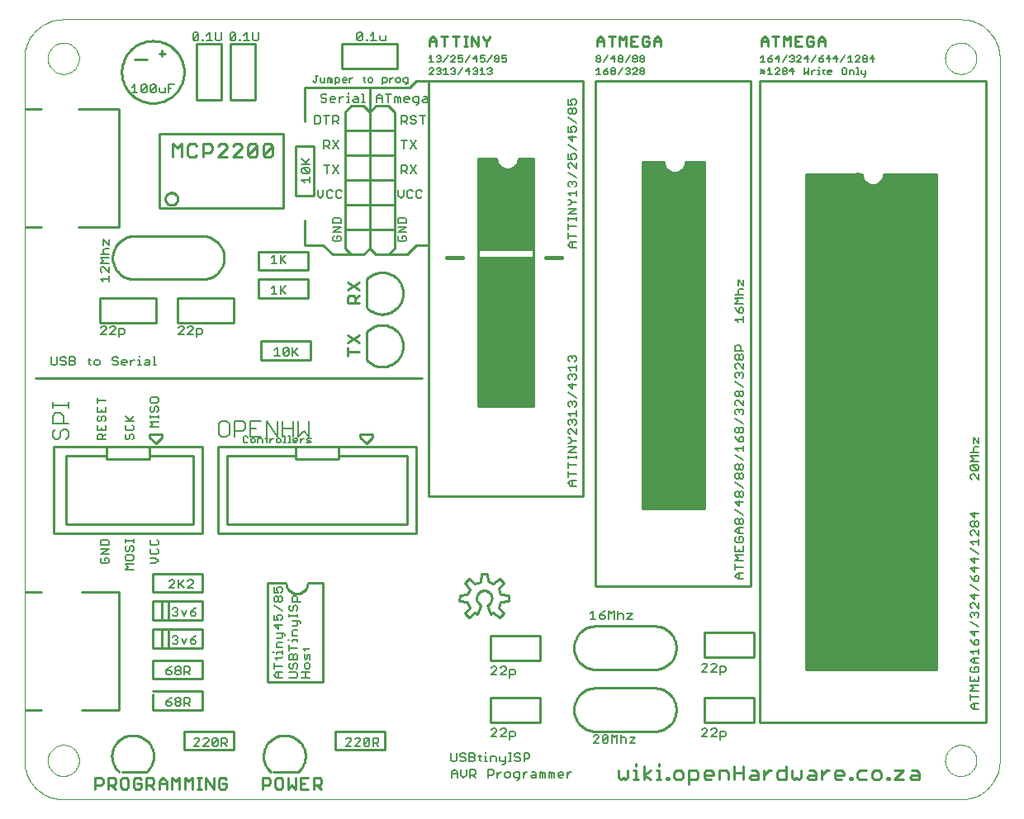
<source format=gto>
G75*
G70*
%OFA0B0*%
%FSLAX24Y24*%
%IPPOS*%
%LPD*%
%AMOC8*
5,1,8,0,0,1.08239X$1,22.5*
%
%ADD10C,0.0100*%
%ADD11C,0.0060*%
%ADD12C,0.0070*%
%ADD13C,0.0110*%
%ADD14C,0.0160*%
%ADD15C,0.0050*%
%ADD16R,0.5186X1.9525*%
%ADD17R,0.2201X0.0554*%
%ADD18R,0.2062X0.0477*%
%ADD19R,0.2453X1.3584*%
%ADD20R,0.2216X0.5947*%
%ADD21R,0.2272X0.3380*%
%ADD22C,0.0400*%
%ADD23C,0.0000*%
D10*
X007491Y003839D02*
X007491Y004299D01*
X007721Y004299D01*
X007798Y004222D01*
X007798Y004069D01*
X007721Y003992D01*
X007491Y003992D01*
X008006Y003992D02*
X008237Y003992D01*
X008313Y004069D01*
X008313Y004222D01*
X008237Y004299D01*
X008006Y004299D01*
X008006Y003839D01*
X008160Y003992D02*
X008313Y003839D01*
X008522Y003915D02*
X008599Y003839D01*
X008752Y003839D01*
X008829Y003915D01*
X008829Y004222D01*
X008752Y004299D01*
X008599Y004299D01*
X008522Y004222D01*
X008522Y003915D01*
X009038Y003915D02*
X009038Y004222D01*
X009114Y004299D01*
X009268Y004299D01*
X009345Y004222D01*
X009345Y004069D02*
X009191Y004069D01*
X009345Y004069D02*
X009345Y003915D01*
X009268Y003839D01*
X009114Y003839D01*
X009038Y003915D01*
X009553Y003839D02*
X009553Y004299D01*
X009784Y004299D01*
X009860Y004222D01*
X009860Y004069D01*
X009784Y003992D01*
X009553Y003992D01*
X009707Y003992D02*
X009860Y003839D01*
X010069Y003839D02*
X010069Y004146D01*
X010222Y004299D01*
X010376Y004146D01*
X010376Y003839D01*
X010585Y003839D02*
X010585Y004299D01*
X010738Y004146D01*
X010892Y004299D01*
X010892Y003839D01*
X011100Y003839D02*
X011100Y004299D01*
X011254Y004146D01*
X011407Y004299D01*
X011407Y003839D01*
X011616Y003839D02*
X011769Y003839D01*
X011693Y003839D02*
X011693Y004299D01*
X011769Y004299D02*
X011616Y004299D01*
X011960Y004299D02*
X011960Y003839D01*
X012267Y003839D02*
X011960Y004299D01*
X012267Y004299D02*
X012267Y003839D01*
X012475Y003915D02*
X012552Y003839D01*
X012705Y003839D01*
X012782Y003915D01*
X012782Y004069D01*
X012629Y004069D01*
X012782Y004222D02*
X012705Y004299D01*
X012552Y004299D01*
X012475Y004222D01*
X012475Y003915D01*
X013066Y005414D02*
X011066Y005414D01*
X011066Y006164D01*
X013066Y006164D01*
X013066Y005414D01*
X014241Y004299D02*
X014471Y004299D01*
X014548Y004222D01*
X014548Y004069D01*
X014471Y003992D01*
X014241Y003992D01*
X014241Y003839D02*
X014241Y004299D01*
X014691Y004539D02*
X015691Y004539D01*
X015788Y004299D02*
X015788Y003839D01*
X016095Y003839D01*
X016303Y003839D02*
X016303Y004299D01*
X016534Y004299D01*
X016610Y004222D01*
X016610Y004069D01*
X016534Y003992D01*
X016303Y003992D01*
X016457Y003992D02*
X016610Y003839D01*
X016095Y004299D02*
X015788Y004299D01*
X015579Y004299D02*
X015579Y003839D01*
X015425Y003992D01*
X015272Y003839D01*
X015272Y004299D01*
X015063Y004222D02*
X015063Y003915D01*
X014987Y003839D01*
X014833Y003839D01*
X014756Y003915D01*
X014756Y004222D01*
X014833Y004299D01*
X014987Y004299D01*
X015063Y004222D01*
X015788Y004069D02*
X015941Y004069D01*
X015690Y004539D02*
X015732Y004578D01*
X015770Y004621D01*
X015806Y004666D01*
X015838Y004713D01*
X015867Y004762D01*
X015893Y004813D01*
X015915Y004866D01*
X015934Y004920D01*
X015949Y004975D01*
X015960Y005032D01*
X015967Y005088D01*
X015971Y005145D01*
X015970Y005203D01*
X015966Y005260D01*
X015958Y005316D01*
X015946Y005372D01*
X015930Y005427D01*
X015910Y005481D01*
X015887Y005534D01*
X015860Y005584D01*
X015830Y005633D01*
X015797Y005680D01*
X015761Y005724D01*
X015722Y005766D01*
X015680Y005805D01*
X015635Y005840D01*
X015588Y005873D01*
X015539Y005903D01*
X015488Y005929D01*
X015436Y005952D01*
X015382Y005971D01*
X015327Y005986D01*
X015270Y005998D01*
X015214Y006006D01*
X015157Y006010D01*
X015099Y006010D01*
X015042Y006006D01*
X014986Y005998D01*
X014929Y005986D01*
X014874Y005971D01*
X014820Y005952D01*
X014768Y005929D01*
X014717Y005903D01*
X014668Y005873D01*
X014621Y005840D01*
X014576Y005805D01*
X014534Y005766D01*
X014495Y005724D01*
X014459Y005680D01*
X014426Y005633D01*
X014396Y005584D01*
X014369Y005534D01*
X014346Y005481D01*
X014326Y005427D01*
X014310Y005372D01*
X014298Y005316D01*
X014290Y005260D01*
X014286Y005203D01*
X014285Y005145D01*
X014289Y005088D01*
X014296Y005032D01*
X014307Y004975D01*
X014322Y004920D01*
X014341Y004866D01*
X014363Y004813D01*
X014389Y004762D01*
X014418Y004713D01*
X014450Y004666D01*
X014486Y004621D01*
X014524Y004578D01*
X014566Y004539D01*
X017191Y005414D02*
X017191Y006164D01*
X019191Y006164D01*
X019191Y005414D01*
X017191Y005414D01*
X016691Y008164D02*
X014441Y008164D01*
X014441Y012164D01*
X015191Y012164D01*
X015190Y012164D02*
X015192Y012124D01*
X015197Y012084D01*
X015207Y012044D01*
X015220Y012006D01*
X015236Y011969D01*
X015256Y011933D01*
X015278Y011900D01*
X015304Y011869D01*
X015333Y011840D01*
X015364Y011814D01*
X015397Y011792D01*
X015433Y011772D01*
X015470Y011756D01*
X015508Y011743D01*
X015548Y011733D01*
X015588Y011728D01*
X015628Y011726D01*
X015668Y011728D01*
X015708Y011733D01*
X015748Y011743D01*
X015786Y011756D01*
X015823Y011772D01*
X015859Y011792D01*
X015892Y011814D01*
X015923Y011840D01*
X015952Y011869D01*
X015978Y011900D01*
X016000Y011933D01*
X016020Y011969D01*
X016036Y012006D01*
X016049Y012044D01*
X016059Y012084D01*
X016064Y012124D01*
X016066Y012164D01*
X016691Y012164D01*
X016691Y008164D01*
X011816Y008289D02*
X009816Y008289D01*
X009816Y009039D01*
X011816Y009039D01*
X011816Y008289D01*
X011816Y007789D02*
X011816Y007039D01*
X009816Y007039D01*
X009816Y007664D01*
X009816Y007789D02*
X011816Y007789D01*
X011816Y009539D02*
X010441Y009539D01*
X010441Y010289D01*
X011816Y010289D01*
X011816Y009539D01*
X011816Y010664D02*
X010441Y010664D01*
X010441Y011414D01*
X011816Y011414D01*
X011816Y010664D01*
X011816Y011789D02*
X009816Y011789D01*
X009816Y012539D01*
X011816Y012539D01*
X011816Y011789D01*
X010441Y011414D02*
X010191Y011414D01*
X010191Y010664D01*
X009816Y010664D01*
X009816Y011414D01*
X010191Y011414D01*
X010191Y010664D02*
X010441Y010664D01*
X010441Y010289D02*
X010191Y010289D01*
X010191Y009539D01*
X010441Y009539D01*
X010191Y009539D02*
X009816Y009539D01*
X009816Y010289D01*
X010191Y010289D01*
X009816Y010164D02*
X009816Y009664D01*
X008441Y011789D02*
X006941Y011789D01*
X008441Y011789D02*
X008441Y007039D01*
X006941Y007039D01*
X005316Y007039D02*
X004691Y007039D01*
X008566Y004539D02*
X009566Y004539D01*
X009565Y004539D02*
X009607Y004578D01*
X009645Y004621D01*
X009681Y004666D01*
X009713Y004713D01*
X009742Y004762D01*
X009768Y004813D01*
X009790Y004866D01*
X009809Y004920D01*
X009824Y004975D01*
X009835Y005032D01*
X009842Y005088D01*
X009846Y005145D01*
X009845Y005203D01*
X009841Y005260D01*
X009833Y005316D01*
X009821Y005372D01*
X009805Y005427D01*
X009785Y005481D01*
X009762Y005534D01*
X009735Y005584D01*
X009705Y005633D01*
X009672Y005680D01*
X009636Y005724D01*
X009597Y005766D01*
X009555Y005805D01*
X009510Y005840D01*
X009463Y005873D01*
X009414Y005903D01*
X009363Y005929D01*
X009311Y005952D01*
X009257Y005971D01*
X009202Y005986D01*
X009145Y005998D01*
X009089Y006006D01*
X009032Y006010D01*
X008974Y006010D01*
X008917Y006006D01*
X008861Y005998D01*
X008804Y005986D01*
X008749Y005971D01*
X008695Y005952D01*
X008643Y005929D01*
X008592Y005903D01*
X008543Y005873D01*
X008496Y005840D01*
X008451Y005805D01*
X008409Y005766D01*
X008370Y005724D01*
X008334Y005680D01*
X008301Y005633D01*
X008271Y005584D01*
X008244Y005534D01*
X008221Y005481D01*
X008201Y005427D01*
X008185Y005372D01*
X008173Y005316D01*
X008165Y005260D01*
X008161Y005203D01*
X008160Y005145D01*
X008164Y005088D01*
X008171Y005032D01*
X008182Y004975D01*
X008197Y004920D01*
X008216Y004866D01*
X008238Y004813D01*
X008264Y004762D01*
X008293Y004713D01*
X008325Y004666D01*
X008361Y004621D01*
X008399Y004578D01*
X008441Y004539D01*
X010069Y004069D02*
X010376Y004069D01*
X005316Y011789D02*
X004691Y011789D01*
X005816Y014164D02*
X005816Y017664D01*
X007941Y017664D01*
X009691Y017664D01*
X011816Y017664D01*
X011816Y014164D01*
X005816Y014164D01*
X006316Y014539D02*
X006316Y017289D01*
X007941Y017289D01*
X007941Y017164D01*
X009691Y017164D01*
X009691Y017664D01*
X009941Y017789D02*
X009691Y018039D01*
X009691Y018164D01*
X010191Y018164D01*
X010191Y018039D01*
X009941Y017789D01*
X009691Y017289D02*
X011441Y017289D01*
X011441Y014539D01*
X006316Y014539D01*
X007941Y017289D02*
X007941Y017664D01*
X005066Y020414D02*
X020691Y020414D01*
X018441Y021164D02*
X018480Y021122D01*
X018523Y021084D01*
X018568Y021048D01*
X018615Y021016D01*
X018664Y020987D01*
X018715Y020961D01*
X018768Y020939D01*
X018822Y020920D01*
X018877Y020905D01*
X018934Y020894D01*
X018990Y020887D01*
X019047Y020883D01*
X019105Y020884D01*
X019162Y020888D01*
X019218Y020896D01*
X019274Y020908D01*
X019329Y020924D01*
X019383Y020944D01*
X019436Y020967D01*
X019486Y020994D01*
X019535Y021024D01*
X019582Y021057D01*
X019626Y021093D01*
X019668Y021132D01*
X019707Y021174D01*
X019742Y021219D01*
X019775Y021266D01*
X019805Y021315D01*
X019831Y021366D01*
X019854Y021418D01*
X019873Y021472D01*
X019888Y021527D01*
X019900Y021584D01*
X019908Y021640D01*
X019912Y021697D01*
X019912Y021755D01*
X019908Y021812D01*
X019900Y021868D01*
X019888Y021925D01*
X019873Y021980D01*
X019854Y022034D01*
X019831Y022086D01*
X019805Y022137D01*
X019775Y022186D01*
X019742Y022233D01*
X019707Y022278D01*
X019668Y022320D01*
X019626Y022359D01*
X019582Y022395D01*
X019535Y022428D01*
X019486Y022458D01*
X019436Y022485D01*
X019383Y022508D01*
X019329Y022528D01*
X019274Y022544D01*
X019218Y022556D01*
X019162Y022564D01*
X019105Y022568D01*
X019047Y022569D01*
X018990Y022565D01*
X018934Y022558D01*
X018877Y022547D01*
X018822Y022532D01*
X018768Y022513D01*
X018715Y022491D01*
X018664Y022465D01*
X018615Y022436D01*
X018568Y022404D01*
X018523Y022368D01*
X018480Y022330D01*
X018441Y022288D01*
X018441Y022289D02*
X018441Y021164D01*
X018141Y021492D02*
X017680Y021492D01*
X017680Y021339D02*
X017680Y021646D01*
X017680Y021854D02*
X018141Y022161D01*
X018141Y021854D02*
X017680Y022161D01*
X018441Y023289D02*
X018441Y024414D01*
X018141Y024286D02*
X017680Y023979D01*
X017757Y023771D02*
X017911Y023771D01*
X017987Y023694D01*
X017987Y023464D01*
X017987Y023617D02*
X018141Y023771D01*
X018141Y023979D02*
X017680Y024286D01*
X017757Y023771D02*
X017680Y023694D01*
X017680Y023464D01*
X018141Y023464D01*
X018441Y023289D02*
X018480Y023247D01*
X018523Y023209D01*
X018568Y023173D01*
X018615Y023141D01*
X018664Y023112D01*
X018715Y023086D01*
X018768Y023064D01*
X018822Y023045D01*
X018877Y023030D01*
X018934Y023019D01*
X018990Y023012D01*
X019047Y023008D01*
X019105Y023009D01*
X019162Y023013D01*
X019218Y023021D01*
X019274Y023033D01*
X019329Y023049D01*
X019383Y023069D01*
X019436Y023092D01*
X019486Y023119D01*
X019535Y023149D01*
X019582Y023182D01*
X019626Y023218D01*
X019668Y023257D01*
X019707Y023299D01*
X019742Y023344D01*
X019775Y023391D01*
X019805Y023440D01*
X019831Y023491D01*
X019854Y023543D01*
X019873Y023597D01*
X019888Y023652D01*
X019900Y023709D01*
X019908Y023765D01*
X019912Y023822D01*
X019912Y023880D01*
X019908Y023937D01*
X019900Y023993D01*
X019888Y024050D01*
X019873Y024105D01*
X019854Y024159D01*
X019831Y024211D01*
X019805Y024262D01*
X019775Y024311D01*
X019742Y024358D01*
X019707Y024403D01*
X019668Y024445D01*
X019626Y024484D01*
X019582Y024520D01*
X019535Y024553D01*
X019486Y024583D01*
X019436Y024610D01*
X019383Y024633D01*
X019329Y024653D01*
X019274Y024669D01*
X019218Y024681D01*
X019162Y024689D01*
X019105Y024693D01*
X019047Y024694D01*
X018990Y024690D01*
X018934Y024683D01*
X018877Y024672D01*
X018822Y024657D01*
X018768Y024638D01*
X018715Y024616D01*
X018664Y024590D01*
X018615Y024561D01*
X018568Y024529D01*
X018523Y024493D01*
X018480Y024455D01*
X018441Y024413D01*
X018316Y025414D02*
X017816Y025414D01*
X017066Y025414D01*
X016691Y025789D01*
X015941Y025789D01*
X015941Y026789D01*
X015066Y027289D02*
X010066Y027289D01*
X010066Y030289D01*
X015066Y030289D01*
X015066Y027289D01*
X015566Y027789D02*
X015566Y029789D01*
X016316Y029789D01*
X016316Y027789D01*
X015566Y027789D01*
X017566Y027414D02*
X017566Y026414D01*
X019566Y026414D01*
X019566Y027414D01*
X017566Y027414D01*
X017566Y028414D01*
X019566Y028414D01*
X019566Y029414D01*
X017566Y029414D01*
X017566Y028414D01*
X017566Y029414D02*
X017566Y030414D01*
X019566Y030414D01*
X019566Y031164D01*
X019316Y031414D01*
X018816Y031414D01*
X018566Y031164D01*
X018566Y025664D01*
X018816Y025414D01*
X019316Y025414D01*
X020066Y025414D01*
X020441Y025789D01*
X020941Y025789D01*
X020941Y015664D01*
X027191Y015664D01*
X027191Y032414D01*
X020941Y032414D01*
X020441Y032414D01*
X020191Y032164D01*
X018566Y032164D01*
X015941Y032164D01*
X015941Y030789D01*
X017566Y031164D02*
X017566Y030414D01*
X017566Y031164D02*
X017816Y031414D01*
X018316Y031414D01*
X018566Y031164D01*
X018566Y031289D02*
X018566Y032164D01*
X019691Y032914D02*
X017441Y032914D01*
X017441Y033914D01*
X019691Y033914D01*
X019691Y032914D01*
X020941Y032414D02*
X020941Y025789D01*
X019566Y025664D02*
X019566Y026414D01*
X019566Y025664D02*
X019316Y025414D01*
X018566Y025664D02*
X018316Y025414D01*
X017816Y025414D02*
X017566Y025664D01*
X017566Y026414D01*
X016066Y025539D02*
X016066Y024789D01*
X014066Y024789D01*
X014066Y025539D01*
X016066Y025539D01*
X016066Y024414D02*
X014066Y024414D01*
X014066Y023664D01*
X016066Y023664D01*
X016066Y024414D01*
X013066Y023664D02*
X013066Y022664D01*
X010816Y022664D01*
X010816Y023664D01*
X013066Y023664D01*
X011816Y024414D02*
X009066Y024414D01*
X009008Y024416D01*
X008949Y024422D01*
X008892Y024432D01*
X008835Y024445D01*
X008779Y024462D01*
X008724Y024483D01*
X008671Y024508D01*
X008620Y024536D01*
X008571Y024568D01*
X008524Y024602D01*
X008479Y024640D01*
X008437Y024681D01*
X008398Y024724D01*
X008362Y024770D01*
X008328Y024818D01*
X008299Y024868D01*
X008272Y024921D01*
X008249Y024975D01*
X008230Y025030D01*
X008215Y025086D01*
X008203Y025143D01*
X008195Y025201D01*
X008191Y025260D01*
X008191Y025318D01*
X008195Y025377D01*
X008203Y025435D01*
X008215Y025492D01*
X008230Y025548D01*
X008249Y025603D01*
X008272Y025657D01*
X008299Y025710D01*
X008328Y025760D01*
X008362Y025808D01*
X008398Y025854D01*
X008437Y025897D01*
X008479Y025938D01*
X008524Y025976D01*
X008571Y026010D01*
X008620Y026042D01*
X008671Y026070D01*
X008724Y026095D01*
X008779Y026116D01*
X008835Y026133D01*
X008892Y026146D01*
X008949Y026156D01*
X009008Y026162D01*
X009066Y026164D01*
X011816Y026164D01*
X011874Y026162D01*
X011933Y026156D01*
X011990Y026146D01*
X012047Y026133D01*
X012103Y026116D01*
X012158Y026095D01*
X012211Y026070D01*
X012262Y026042D01*
X012311Y026010D01*
X012358Y025976D01*
X012403Y025938D01*
X012445Y025897D01*
X012484Y025854D01*
X012520Y025808D01*
X012554Y025760D01*
X012583Y025710D01*
X012610Y025657D01*
X012633Y025603D01*
X012652Y025548D01*
X012667Y025492D01*
X012679Y025435D01*
X012687Y025377D01*
X012691Y025318D01*
X012691Y025260D01*
X012687Y025201D01*
X012679Y025143D01*
X012667Y025086D01*
X012652Y025030D01*
X012633Y024975D01*
X012610Y024921D01*
X012583Y024868D01*
X012554Y024818D01*
X012520Y024770D01*
X012484Y024724D01*
X012445Y024681D01*
X012403Y024640D01*
X012358Y024602D01*
X012311Y024568D01*
X012262Y024536D01*
X012211Y024508D01*
X012158Y024483D01*
X012103Y024462D01*
X012047Y024445D01*
X011990Y024432D01*
X011933Y024422D01*
X011874Y024416D01*
X011816Y024414D01*
X009941Y023664D02*
X009941Y022664D01*
X007691Y022664D01*
X007691Y023664D01*
X009941Y023664D01*
X008441Y026539D02*
X006816Y026539D01*
X005316Y026539D02*
X004691Y026539D01*
X008441Y026539D02*
X008441Y031289D01*
X006816Y031289D01*
X005316Y031289D02*
X004691Y031289D01*
X009066Y033289D02*
X009566Y033289D01*
X010066Y033539D02*
X010191Y033539D01*
X010316Y033539D01*
X010191Y033539D02*
X010191Y033664D01*
X010191Y033539D02*
X010191Y033414D01*
X008560Y032789D02*
X008562Y032859D01*
X008568Y032930D01*
X008578Y032999D01*
X008591Y033068D01*
X008609Y033137D01*
X008630Y033204D01*
X008656Y033270D01*
X008684Y033334D01*
X008717Y033397D01*
X008753Y033457D01*
X008792Y033516D01*
X008834Y033572D01*
X008879Y033626D01*
X008928Y033677D01*
X008979Y033726D01*
X009033Y033771D01*
X009089Y033813D01*
X009148Y033852D01*
X009208Y033888D01*
X009271Y033921D01*
X009335Y033949D01*
X009401Y033975D01*
X009468Y033996D01*
X009537Y034014D01*
X009606Y034027D01*
X009675Y034037D01*
X009746Y034043D01*
X009816Y034045D01*
X009886Y034043D01*
X009957Y034037D01*
X010026Y034027D01*
X010095Y034014D01*
X010164Y033996D01*
X010231Y033975D01*
X010297Y033949D01*
X010361Y033921D01*
X010424Y033888D01*
X010484Y033852D01*
X010543Y033813D01*
X010599Y033771D01*
X010653Y033726D01*
X010704Y033677D01*
X010753Y033626D01*
X010798Y033572D01*
X010840Y033516D01*
X010879Y033457D01*
X010915Y033397D01*
X010948Y033334D01*
X010976Y033270D01*
X011002Y033204D01*
X011023Y033137D01*
X011041Y033068D01*
X011054Y032999D01*
X011064Y032930D01*
X011070Y032859D01*
X011072Y032789D01*
X011070Y032719D01*
X011064Y032648D01*
X011054Y032579D01*
X011041Y032510D01*
X011023Y032441D01*
X011002Y032374D01*
X010976Y032308D01*
X010948Y032244D01*
X010915Y032181D01*
X010879Y032121D01*
X010840Y032062D01*
X010798Y032006D01*
X010753Y031952D01*
X010704Y031901D01*
X010653Y031852D01*
X010599Y031807D01*
X010543Y031765D01*
X010484Y031726D01*
X010424Y031690D01*
X010361Y031657D01*
X010297Y031629D01*
X010231Y031603D01*
X010164Y031582D01*
X010095Y031564D01*
X010026Y031551D01*
X009957Y031541D01*
X009886Y031535D01*
X009816Y031533D01*
X009746Y031535D01*
X009675Y031541D01*
X009606Y031551D01*
X009537Y031564D01*
X009468Y031582D01*
X009401Y031603D01*
X009335Y031629D01*
X009271Y031657D01*
X009208Y031690D01*
X009148Y031726D01*
X009089Y031765D01*
X009033Y031807D01*
X008979Y031852D01*
X008928Y031901D01*
X008879Y031952D01*
X008834Y032006D01*
X008792Y032062D01*
X008753Y032121D01*
X008717Y032181D01*
X008684Y032244D01*
X008656Y032308D01*
X008630Y032374D01*
X008609Y032441D01*
X008591Y032510D01*
X008578Y032579D01*
X008568Y032648D01*
X008562Y032719D01*
X008560Y032789D01*
X011566Y031664D02*
X011566Y033914D01*
X012566Y033914D01*
X012566Y031664D01*
X011566Y031664D01*
X012941Y031664D02*
X012941Y033914D01*
X013941Y033914D01*
X013941Y031664D01*
X012941Y031664D01*
X010316Y027664D02*
X010318Y027695D01*
X010324Y027726D01*
X010334Y027756D01*
X010347Y027784D01*
X010364Y027811D01*
X010384Y027835D01*
X010407Y027857D01*
X010432Y027875D01*
X010460Y027890D01*
X010489Y027902D01*
X010519Y027910D01*
X010550Y027914D01*
X010582Y027914D01*
X010613Y027910D01*
X010643Y027902D01*
X010672Y027890D01*
X010700Y027875D01*
X010725Y027857D01*
X010748Y027835D01*
X010768Y027811D01*
X010785Y027784D01*
X010798Y027756D01*
X010808Y027726D01*
X010814Y027695D01*
X010816Y027664D01*
X010814Y027633D01*
X010808Y027602D01*
X010798Y027572D01*
X010785Y027544D01*
X010768Y027517D01*
X010748Y027493D01*
X010725Y027471D01*
X010700Y027453D01*
X010672Y027438D01*
X010643Y027426D01*
X010613Y027418D01*
X010582Y027414D01*
X010550Y027414D01*
X010519Y027418D01*
X010489Y027426D01*
X010460Y027438D01*
X010432Y027453D01*
X010407Y027471D01*
X010384Y027493D01*
X010364Y027517D01*
X010347Y027544D01*
X010334Y027572D01*
X010324Y027602D01*
X010318Y027633D01*
X010316Y027664D01*
X014191Y021914D02*
X016191Y021914D01*
X016191Y021164D01*
X014191Y021164D01*
X014191Y021914D01*
X018191Y018164D02*
X018691Y018164D01*
X018691Y018039D01*
X018441Y017789D01*
X018191Y018039D01*
X018191Y018164D01*
X017316Y017664D02*
X015566Y017664D01*
X015566Y017289D01*
X015566Y017164D01*
X017316Y017164D01*
X017316Y017289D01*
X020066Y017289D01*
X020066Y014539D01*
X012816Y014539D01*
X012816Y017289D01*
X015566Y017289D01*
X017316Y017289D02*
X017316Y017664D01*
X020441Y017664D02*
X020441Y014164D01*
X012441Y014164D01*
X012441Y017664D01*
X020441Y017664D01*
X022941Y019289D02*
X025191Y019289D01*
X025191Y025289D01*
X022941Y025289D01*
X022941Y019289D01*
X029566Y015164D02*
X029566Y029164D01*
X030316Y029164D01*
X030277Y029163D02*
X030431Y029163D01*
X030367Y029112D02*
X030555Y028761D01*
X030465Y028765D02*
X030282Y029129D01*
X030229Y029092D02*
X029591Y029083D01*
X030440Y029164D02*
X030442Y029124D01*
X030447Y029084D01*
X030457Y029044D01*
X030470Y029006D01*
X030486Y028969D01*
X030506Y028933D01*
X030528Y028900D01*
X030554Y028869D01*
X030583Y028840D01*
X030614Y028814D01*
X030647Y028792D01*
X030683Y028772D01*
X030720Y028756D01*
X030758Y028743D01*
X030798Y028733D01*
X030838Y028728D01*
X030878Y028726D01*
X030918Y028728D01*
X030958Y028733D01*
X030998Y028743D01*
X031036Y028756D01*
X031073Y028772D01*
X031109Y028792D01*
X031142Y028814D01*
X031173Y028840D01*
X031202Y028869D01*
X031228Y028900D01*
X031250Y028933D01*
X031270Y028969D01*
X031286Y029006D01*
X031299Y029044D01*
X031309Y029084D01*
X031314Y029124D01*
X031316Y029164D01*
X031326Y029168D02*
X031476Y029167D01*
X031441Y029164D02*
X032066Y029164D01*
X032066Y015164D01*
X029566Y015164D01*
X027691Y012039D02*
X033941Y012039D01*
X033941Y032414D01*
X027691Y032414D01*
X027691Y012039D01*
X027691Y010414D02*
X030066Y010414D01*
X030124Y010412D01*
X030183Y010406D01*
X030240Y010396D01*
X030297Y010383D01*
X030353Y010366D01*
X030408Y010345D01*
X030461Y010320D01*
X030512Y010292D01*
X030561Y010260D01*
X030608Y010226D01*
X030653Y010188D01*
X030695Y010147D01*
X030734Y010104D01*
X030770Y010058D01*
X030804Y010010D01*
X030833Y009960D01*
X030860Y009907D01*
X030883Y009853D01*
X030902Y009798D01*
X030917Y009742D01*
X030929Y009685D01*
X030937Y009627D01*
X030941Y009568D01*
X030941Y009510D01*
X030937Y009451D01*
X030929Y009393D01*
X030917Y009336D01*
X030902Y009280D01*
X030883Y009225D01*
X030860Y009171D01*
X030833Y009118D01*
X030804Y009068D01*
X030770Y009020D01*
X030734Y008974D01*
X030695Y008931D01*
X030653Y008890D01*
X030608Y008852D01*
X030561Y008818D01*
X030512Y008786D01*
X030461Y008758D01*
X030408Y008733D01*
X030353Y008712D01*
X030297Y008695D01*
X030240Y008682D01*
X030183Y008672D01*
X030124Y008666D01*
X030066Y008664D01*
X027691Y008664D01*
X027691Y007914D02*
X030066Y007914D01*
X030124Y007912D01*
X030183Y007906D01*
X030240Y007896D01*
X030297Y007883D01*
X030353Y007866D01*
X030408Y007845D01*
X030461Y007820D01*
X030512Y007792D01*
X030561Y007760D01*
X030608Y007726D01*
X030653Y007688D01*
X030695Y007647D01*
X030734Y007604D01*
X030770Y007558D01*
X030804Y007510D01*
X030833Y007460D01*
X030860Y007407D01*
X030883Y007353D01*
X030902Y007298D01*
X030917Y007242D01*
X030929Y007185D01*
X030937Y007127D01*
X030941Y007068D01*
X030941Y007010D01*
X030937Y006951D01*
X030929Y006893D01*
X030917Y006836D01*
X030902Y006780D01*
X030883Y006725D01*
X030860Y006671D01*
X030833Y006618D01*
X030804Y006568D01*
X030770Y006520D01*
X030734Y006474D01*
X030695Y006431D01*
X030653Y006390D01*
X030608Y006352D01*
X030561Y006318D01*
X030512Y006286D01*
X030461Y006258D01*
X030408Y006233D01*
X030353Y006212D01*
X030297Y006195D01*
X030240Y006182D01*
X030183Y006172D01*
X030124Y006166D01*
X030066Y006164D01*
X027691Y006164D01*
X027633Y006166D01*
X027574Y006172D01*
X027517Y006182D01*
X027460Y006195D01*
X027404Y006212D01*
X027349Y006233D01*
X027296Y006258D01*
X027245Y006286D01*
X027196Y006318D01*
X027149Y006352D01*
X027104Y006390D01*
X027062Y006431D01*
X027023Y006474D01*
X026987Y006520D01*
X026953Y006568D01*
X026924Y006618D01*
X026897Y006671D01*
X026874Y006725D01*
X026855Y006780D01*
X026840Y006836D01*
X026828Y006893D01*
X026820Y006951D01*
X026816Y007010D01*
X026816Y007068D01*
X026820Y007127D01*
X026828Y007185D01*
X026840Y007242D01*
X026855Y007298D01*
X026874Y007353D01*
X026897Y007407D01*
X026924Y007460D01*
X026953Y007510D01*
X026987Y007558D01*
X027023Y007604D01*
X027062Y007647D01*
X027104Y007688D01*
X027149Y007726D01*
X027196Y007760D01*
X027245Y007792D01*
X027296Y007820D01*
X027349Y007845D01*
X027404Y007866D01*
X027460Y007883D01*
X027517Y007896D01*
X027574Y007906D01*
X027633Y007912D01*
X027691Y007914D01*
X025441Y007539D02*
X025441Y006539D01*
X023441Y006539D01*
X023441Y007539D01*
X025441Y007539D01*
X025441Y009039D02*
X023441Y009039D01*
X023441Y010039D01*
X025441Y010039D01*
X025441Y009039D01*
X027691Y008664D02*
X027633Y008666D01*
X027574Y008672D01*
X027517Y008682D01*
X027460Y008695D01*
X027404Y008712D01*
X027349Y008733D01*
X027296Y008758D01*
X027245Y008786D01*
X027196Y008818D01*
X027149Y008852D01*
X027104Y008890D01*
X027062Y008931D01*
X027023Y008974D01*
X026987Y009020D01*
X026953Y009068D01*
X026924Y009118D01*
X026897Y009171D01*
X026874Y009225D01*
X026855Y009280D01*
X026840Y009336D01*
X026828Y009393D01*
X026820Y009451D01*
X026816Y009510D01*
X026816Y009568D01*
X026820Y009627D01*
X026828Y009685D01*
X026840Y009742D01*
X026855Y009798D01*
X026874Y009853D01*
X026897Y009907D01*
X026924Y009960D01*
X026953Y010010D01*
X026987Y010058D01*
X027023Y010104D01*
X027062Y010147D01*
X027104Y010188D01*
X027149Y010226D01*
X027196Y010260D01*
X027245Y010292D01*
X027296Y010320D01*
X027349Y010345D01*
X027404Y010366D01*
X027460Y010383D01*
X027517Y010396D01*
X027574Y010406D01*
X027633Y010412D01*
X027691Y010414D01*
X024185Y011413D02*
X023848Y011383D01*
X023776Y011160D01*
X023979Y010921D01*
X023800Y010758D01*
X023559Y010948D01*
X023451Y010904D01*
X023320Y011255D01*
X023055Y011243D02*
X022927Y010910D01*
X022822Y010951D01*
X022566Y010752D01*
X022405Y010927D01*
X022602Y011175D01*
X022518Y011369D01*
X022515Y011383D02*
X022191Y011413D01*
X022197Y011667D01*
X022515Y011702D01*
X022599Y011902D01*
X022399Y012155D01*
X022569Y012319D01*
X022825Y012132D01*
X023031Y012206D01*
X023073Y012531D01*
X023311Y012540D01*
X023338Y012215D01*
X023556Y012120D01*
X023803Y012325D01*
X023982Y012155D01*
X023779Y011911D01*
X023857Y011693D01*
X024188Y011655D01*
X024185Y011413D01*
X023303Y011256D02*
X023335Y011271D01*
X023364Y011288D01*
X023391Y011309D01*
X023416Y011333D01*
X023438Y011359D01*
X023457Y011388D01*
X023472Y011418D01*
X023485Y011450D01*
X023493Y011483D01*
X023498Y011517D01*
X023499Y011551D01*
X023496Y011586D01*
X023489Y011619D01*
X023479Y011652D01*
X023465Y011683D01*
X023448Y011713D01*
X023427Y011740D01*
X023404Y011765D01*
X023378Y011788D01*
X023350Y011807D01*
X023319Y011823D01*
X023288Y011835D01*
X023254Y011844D01*
X023221Y011850D01*
X023186Y011851D01*
X023152Y011849D01*
X023118Y011842D01*
X023086Y011832D01*
X023054Y011819D01*
X023024Y011802D01*
X022997Y011782D01*
X022971Y011759D01*
X022949Y011733D01*
X022929Y011705D01*
X022913Y011675D01*
X022900Y011643D01*
X022890Y011610D01*
X022885Y011576D01*
X022883Y011542D01*
X022885Y011508D01*
X022891Y011474D01*
X022900Y011441D01*
X022913Y011410D01*
X022930Y011380D01*
X022950Y011352D01*
X022973Y011326D01*
X022998Y011303D01*
X023026Y011283D01*
X023056Y011266D01*
X032066Y010164D02*
X032066Y009164D01*
X034066Y009164D01*
X034066Y010164D01*
X032066Y010164D01*
X032066Y007539D02*
X032066Y006539D01*
X034066Y006539D01*
X034066Y007539D01*
X032066Y007539D01*
X034316Y006539D02*
X034316Y032414D01*
X043441Y032414D01*
X043441Y006539D01*
X034316Y006539D01*
X036191Y008664D02*
X041441Y008664D01*
X041441Y028664D01*
X039316Y028664D01*
X039314Y028624D01*
X039309Y028584D01*
X039299Y028544D01*
X039286Y028506D01*
X039270Y028469D01*
X039250Y028433D01*
X039228Y028400D01*
X039202Y028369D01*
X039173Y028340D01*
X039142Y028314D01*
X039109Y028292D01*
X039073Y028272D01*
X039036Y028256D01*
X038998Y028243D01*
X038958Y028233D01*
X038918Y028228D01*
X038878Y028226D01*
X038838Y028228D01*
X038798Y028233D01*
X038758Y028243D01*
X038720Y028256D01*
X038683Y028272D01*
X038647Y028292D01*
X038614Y028314D01*
X038583Y028340D01*
X038554Y028369D01*
X038528Y028400D01*
X038506Y028433D01*
X038486Y028469D01*
X038470Y028506D01*
X038457Y028544D01*
X038447Y028584D01*
X038442Y028624D01*
X038440Y028664D01*
X038436Y028666D02*
X038283Y028660D01*
X038291Y028514D01*
X038316Y028664D02*
X036191Y028664D01*
X036191Y008664D01*
X025191Y025289D02*
X025191Y029289D01*
X024566Y029289D01*
X024595Y029208D02*
X025140Y029212D01*
X024870Y029238D01*
X024728Y029255D01*
X024595Y029208D02*
X024578Y029152D01*
X025110Y029148D01*
X025145Y029096D01*
X024557Y029075D01*
X024518Y029027D01*
X025140Y029023D01*
X025132Y028937D01*
X024488Y028946D01*
X024531Y028894D01*
X023939Y028761D01*
X023604Y029143D01*
X022964Y029148D01*
X023016Y029092D01*
X023599Y029075D01*
X023029Y029027D01*
X023664Y029002D01*
X022960Y028942D01*
X023763Y028920D01*
X023741Y028924D01*
X023737Y028959D01*
X023621Y029203D01*
X022986Y029208D01*
X022941Y029289D02*
X023691Y029289D01*
X023690Y029289D02*
X023692Y029249D01*
X023697Y029209D01*
X023707Y029169D01*
X023720Y029131D01*
X023736Y029094D01*
X023756Y029058D01*
X023778Y029025D01*
X023804Y028994D01*
X023833Y028965D01*
X023864Y028939D01*
X023897Y028917D01*
X023933Y028897D01*
X023970Y028881D01*
X024008Y028868D01*
X024048Y028858D01*
X024088Y028853D01*
X024128Y028851D01*
X024168Y028853D01*
X024208Y028858D01*
X024248Y028868D01*
X024286Y028881D01*
X024323Y028897D01*
X024359Y028917D01*
X024392Y028939D01*
X024423Y028965D01*
X024452Y028994D01*
X024478Y029025D01*
X024500Y029058D01*
X024520Y029094D01*
X024536Y029131D01*
X024549Y029169D01*
X024559Y029209D01*
X024564Y029249D01*
X024566Y029289D01*
X022941Y029289D02*
X022941Y025289D01*
X019566Y027414D02*
X019566Y028414D01*
X019566Y029414D02*
X019566Y030414D01*
X020991Y033839D02*
X020991Y034106D01*
X021124Y034239D01*
X021258Y034106D01*
X021258Y033839D01*
X021258Y034039D02*
X020991Y034039D01*
X021451Y034239D02*
X021718Y034239D01*
X021585Y034239D02*
X021585Y033839D01*
X022045Y033839D02*
X022045Y034239D01*
X021912Y034239D02*
X022178Y034239D01*
X022372Y034239D02*
X022505Y034239D01*
X022439Y034239D02*
X022439Y033839D01*
X022505Y033839D02*
X022372Y033839D01*
X022679Y033839D02*
X022679Y034239D01*
X022946Y033839D01*
X022946Y034239D01*
X023139Y034239D02*
X023139Y034172D01*
X023273Y034039D01*
X023273Y033839D01*
X023273Y034039D02*
X023406Y034172D01*
X023406Y034239D01*
X027741Y034106D02*
X027741Y033839D01*
X027741Y034039D02*
X028008Y034039D01*
X028008Y034106D02*
X028008Y033839D01*
X028008Y034106D02*
X027874Y034239D01*
X027741Y034106D01*
X028201Y034239D02*
X028468Y034239D01*
X028335Y034239D02*
X028335Y033839D01*
X028662Y033839D02*
X028662Y034239D01*
X028795Y034106D01*
X028928Y034239D01*
X028928Y033839D01*
X029122Y033839D02*
X029389Y033839D01*
X029582Y033905D02*
X029649Y033839D01*
X029782Y033839D01*
X029849Y033905D01*
X029849Y034039D01*
X029716Y034039D01*
X029849Y034172D02*
X029782Y034239D01*
X029649Y034239D01*
X029582Y034172D01*
X029582Y033905D01*
X029255Y034039D02*
X029122Y034039D01*
X029122Y034239D02*
X029122Y033839D01*
X029122Y034239D02*
X029389Y034239D01*
X030043Y034106D02*
X030043Y033839D01*
X030043Y034039D02*
X030310Y034039D01*
X030310Y034106D02*
X030310Y033839D01*
X030310Y034106D02*
X030176Y034239D01*
X030043Y034106D01*
X034366Y034106D02*
X034366Y033839D01*
X034366Y034039D02*
X034633Y034039D01*
X034633Y034106D02*
X034633Y033839D01*
X034633Y034106D02*
X034499Y034239D01*
X034366Y034106D01*
X034826Y034239D02*
X035093Y034239D01*
X034960Y034239D02*
X034960Y033839D01*
X035287Y033839D02*
X035287Y034239D01*
X035420Y034106D01*
X035553Y034239D01*
X035553Y033839D01*
X035747Y033839D02*
X035747Y034239D01*
X036014Y034239D01*
X036207Y034172D02*
X036207Y033905D01*
X036274Y033839D01*
X036407Y033839D01*
X036474Y033905D01*
X036474Y034039D01*
X036341Y034039D01*
X036474Y034172D02*
X036407Y034239D01*
X036274Y034239D01*
X036207Y034172D01*
X035880Y034039D02*
X035747Y034039D01*
X035747Y033839D02*
X036014Y033839D01*
X036668Y033839D02*
X036668Y034106D01*
X036801Y034239D01*
X036935Y034106D01*
X036935Y033839D01*
X036935Y034039D02*
X036668Y034039D01*
D11*
X036582Y033454D02*
X036408Y033194D01*
X036244Y033194D02*
X036244Y033454D01*
X036114Y033324D01*
X036287Y033324D01*
X035992Y033367D02*
X035819Y033194D01*
X035992Y033194D01*
X035992Y033367D02*
X035992Y033410D01*
X035949Y033454D01*
X035862Y033454D01*
X035819Y033410D01*
X035698Y033410D02*
X035698Y033367D01*
X035654Y033324D01*
X035698Y033280D01*
X035698Y033237D01*
X035654Y033194D01*
X035568Y033194D01*
X035524Y033237D01*
X035611Y033324D02*
X035654Y033324D01*
X035698Y033410D02*
X035654Y033454D01*
X035568Y033454D01*
X035524Y033410D01*
X035403Y033454D02*
X035230Y033194D01*
X035065Y033194D02*
X035065Y033454D01*
X034935Y033324D01*
X035109Y033324D01*
X034814Y033280D02*
X034771Y033324D01*
X034640Y033324D01*
X034640Y033237D01*
X034684Y033194D01*
X034771Y033194D01*
X034814Y033237D01*
X034814Y033280D01*
X034727Y033410D02*
X034640Y033324D01*
X034727Y033410D02*
X034814Y033454D01*
X034432Y033454D02*
X034432Y033194D01*
X034346Y033194D02*
X034519Y033194D01*
X034346Y033367D02*
X034432Y033454D01*
X034432Y032910D02*
X034432Y032737D01*
X034346Y032737D02*
X034519Y032910D01*
X034519Y032824D02*
X034346Y032824D01*
X034346Y032910D02*
X034519Y032737D01*
X034640Y032694D02*
X034814Y032694D01*
X034727Y032694D02*
X034727Y032954D01*
X034640Y032867D01*
X034935Y032910D02*
X034978Y032954D01*
X035065Y032954D01*
X035109Y032910D01*
X035109Y032867D01*
X034935Y032694D01*
X035109Y032694D01*
X035230Y032737D02*
X035230Y032780D01*
X035273Y032824D01*
X035360Y032824D01*
X035403Y032780D01*
X035403Y032737D01*
X035360Y032694D01*
X035273Y032694D01*
X035230Y032737D01*
X035273Y032824D02*
X035230Y032867D01*
X035230Y032910D01*
X035273Y032954D01*
X035360Y032954D01*
X035403Y032910D01*
X035403Y032867D01*
X035360Y032824D01*
X035524Y032824D02*
X035698Y032824D01*
X035654Y032694D02*
X035654Y032954D01*
X035524Y032824D01*
X036114Y032954D02*
X036114Y032694D01*
X036200Y032780D01*
X036287Y032694D01*
X036287Y032954D01*
X036408Y032867D02*
X036408Y032694D01*
X036408Y032780D02*
X036495Y032867D01*
X036538Y032867D01*
X036654Y032867D02*
X036697Y032867D01*
X036697Y032694D01*
X036654Y032694D02*
X036741Y032694D01*
X036894Y032737D02*
X036937Y032694D01*
X036894Y032737D02*
X036894Y032910D01*
X036937Y032867D02*
X036850Y032867D01*
X036697Y032954D02*
X036697Y032997D01*
X036746Y033194D02*
X036833Y033194D01*
X036876Y033237D01*
X036876Y033280D01*
X036833Y033324D01*
X036703Y033324D01*
X036703Y033237D01*
X036746Y033194D01*
X036703Y033324D02*
X036790Y033410D01*
X036876Y033454D01*
X036998Y033324D02*
X037171Y033324D01*
X037292Y033324D02*
X037466Y033324D01*
X037422Y033454D02*
X037292Y033324D01*
X037422Y033194D02*
X037422Y033454D01*
X037128Y033454D02*
X036998Y033324D01*
X037128Y033194D02*
X037128Y033454D01*
X037587Y033194D02*
X037760Y033454D01*
X037882Y033367D02*
X037968Y033454D01*
X037968Y033194D01*
X037882Y033194D02*
X038055Y033194D01*
X038176Y033194D02*
X038350Y033367D01*
X038350Y033410D01*
X038306Y033454D01*
X038220Y033454D01*
X038176Y033410D01*
X038176Y033194D02*
X038350Y033194D01*
X038471Y033237D02*
X038471Y033280D01*
X038514Y033324D01*
X038601Y033324D01*
X038644Y033280D01*
X038644Y033237D01*
X038601Y033194D01*
X038514Y033194D01*
X038471Y033237D01*
X038514Y033324D02*
X038471Y033367D01*
X038471Y033410D01*
X038514Y033454D01*
X038601Y033454D01*
X038644Y033410D01*
X038644Y033367D01*
X038601Y033324D01*
X038766Y033324D02*
X038939Y033324D01*
X038896Y033454D02*
X038766Y033324D01*
X038896Y033194D02*
X038896Y033454D01*
X038269Y032954D02*
X038269Y032694D01*
X038312Y032694D02*
X038225Y032694D01*
X038104Y032694D02*
X038104Y032824D01*
X038061Y032867D01*
X037931Y032867D01*
X037931Y032694D01*
X037810Y032737D02*
X037810Y032910D01*
X037766Y032954D01*
X037679Y032954D01*
X037636Y032910D01*
X037636Y032737D01*
X037679Y032694D01*
X037766Y032694D01*
X037810Y032737D01*
X038225Y032954D02*
X038269Y032954D01*
X038422Y032867D02*
X038422Y032737D01*
X038465Y032694D01*
X038595Y032694D01*
X038595Y032650D02*
X038552Y032607D01*
X038509Y032607D01*
X038595Y032650D02*
X038595Y032867D01*
X037220Y032824D02*
X037220Y032780D01*
X037047Y032780D01*
X037047Y032737D02*
X037047Y032824D01*
X037090Y032867D01*
X037177Y032867D01*
X037220Y032824D01*
X037177Y032694D02*
X037090Y032694D01*
X037047Y032737D01*
X029662Y032737D02*
X029619Y032694D01*
X029532Y032694D01*
X029489Y032737D01*
X029489Y032780D01*
X029532Y032824D01*
X029619Y032824D01*
X029662Y032780D01*
X029662Y032737D01*
X029619Y032824D02*
X029662Y032867D01*
X029662Y032910D01*
X029619Y032954D01*
X029532Y032954D01*
X029489Y032910D01*
X029489Y032867D01*
X029532Y032824D01*
X029367Y032867D02*
X029367Y032910D01*
X029324Y032954D01*
X029237Y032954D01*
X029194Y032910D01*
X029073Y032910D02*
X029073Y032867D01*
X029029Y032824D01*
X029073Y032780D01*
X029073Y032737D01*
X029029Y032694D01*
X028943Y032694D01*
X028899Y032737D01*
X028986Y032824D02*
X029029Y032824D01*
X029073Y032910D02*
X029029Y032954D01*
X028943Y032954D01*
X028899Y032910D01*
X028778Y032954D02*
X028605Y032694D01*
X028484Y032737D02*
X028440Y032694D01*
X028353Y032694D01*
X028310Y032737D01*
X028310Y032780D01*
X028353Y032824D01*
X028440Y032824D01*
X028484Y032780D01*
X028484Y032737D01*
X028440Y032824D02*
X028484Y032867D01*
X028484Y032910D01*
X028440Y032954D01*
X028353Y032954D01*
X028310Y032910D01*
X028310Y032867D01*
X028353Y032824D01*
X028189Y032780D02*
X028146Y032824D01*
X028015Y032824D01*
X028015Y032737D01*
X028059Y032694D01*
X028146Y032694D01*
X028189Y032737D01*
X028189Y032780D01*
X028102Y032910D02*
X028015Y032824D01*
X028102Y032910D02*
X028189Y032954D01*
X028015Y033194D02*
X028189Y033454D01*
X028310Y033324D02*
X028484Y033324D01*
X028605Y033367D02*
X028605Y033410D01*
X028648Y033454D01*
X028735Y033454D01*
X028778Y033410D01*
X028778Y033367D01*
X028735Y033324D01*
X028648Y033324D01*
X028605Y033367D01*
X028648Y033324D02*
X028605Y033280D01*
X028605Y033237D01*
X028648Y033194D01*
X028735Y033194D01*
X028778Y033237D01*
X028778Y033280D01*
X028735Y033324D01*
X028899Y033194D02*
X029073Y033454D01*
X029194Y033410D02*
X029194Y033367D01*
X029237Y033324D01*
X029324Y033324D01*
X029367Y033280D01*
X029367Y033237D01*
X029324Y033194D01*
X029237Y033194D01*
X029194Y033237D01*
X029194Y033280D01*
X029237Y033324D01*
X029324Y033324D02*
X029367Y033367D01*
X029367Y033410D01*
X029324Y033454D01*
X029237Y033454D01*
X029194Y033410D01*
X029489Y033410D02*
X029489Y033367D01*
X029532Y033324D01*
X029619Y033324D01*
X029662Y033280D01*
X029662Y033237D01*
X029619Y033194D01*
X029532Y033194D01*
X029489Y033237D01*
X029489Y033280D01*
X029532Y033324D01*
X029619Y033324D02*
X029662Y033367D01*
X029662Y033410D01*
X029619Y033454D01*
X029532Y033454D01*
X029489Y033410D01*
X029367Y032867D02*
X029194Y032694D01*
X029367Y032694D01*
X028440Y033194D02*
X028440Y033454D01*
X028310Y033324D01*
X027894Y033367D02*
X027851Y033324D01*
X027764Y033324D01*
X027721Y033367D01*
X027721Y033410D01*
X027764Y033454D01*
X027851Y033454D01*
X027894Y033410D01*
X027894Y033367D01*
X027851Y033324D02*
X027894Y033280D01*
X027894Y033237D01*
X027851Y033194D01*
X027764Y033194D01*
X027721Y033237D01*
X027721Y033280D01*
X027764Y033324D01*
X027807Y032954D02*
X027807Y032694D01*
X027721Y032694D02*
X027894Y032694D01*
X027721Y032867D02*
X027807Y032954D01*
X024091Y033237D02*
X024047Y033194D01*
X023961Y033194D01*
X023917Y033237D01*
X023917Y033324D02*
X024004Y033367D01*
X024047Y033367D01*
X024091Y033324D01*
X024091Y033237D01*
X023917Y033324D02*
X023917Y033454D01*
X024091Y033454D01*
X023796Y033410D02*
X023796Y033367D01*
X023753Y033324D01*
X023666Y033324D01*
X023623Y033367D01*
X023623Y033410D01*
X023666Y033454D01*
X023753Y033454D01*
X023796Y033410D01*
X023753Y033324D02*
X023796Y033280D01*
X023796Y033237D01*
X023753Y033194D01*
X023666Y033194D01*
X023623Y033237D01*
X023623Y033280D01*
X023666Y033324D01*
X023501Y033454D02*
X023328Y033194D01*
X023207Y033237D02*
X023163Y033194D01*
X023077Y033194D01*
X023033Y033237D01*
X023033Y033324D02*
X023120Y033367D01*
X023163Y033367D01*
X023207Y033324D01*
X023207Y033237D01*
X023033Y033324D02*
X023033Y033454D01*
X023207Y033454D01*
X022912Y033324D02*
X022739Y033324D01*
X022869Y033454D01*
X022869Y033194D01*
X022869Y032954D02*
X022912Y032910D01*
X022912Y032867D01*
X022869Y032824D01*
X022912Y032780D01*
X022912Y032737D01*
X022869Y032694D01*
X022782Y032694D01*
X022739Y032737D01*
X022825Y032824D02*
X022869Y032824D01*
X022869Y032954D02*
X022782Y032954D01*
X022739Y032910D01*
X022617Y032824D02*
X022444Y032824D01*
X022574Y032954D01*
X022574Y032694D01*
X022323Y032954D02*
X022149Y032694D01*
X022028Y032737D02*
X021985Y032694D01*
X021898Y032694D01*
X021855Y032737D01*
X021941Y032824D02*
X021985Y032824D01*
X022028Y032780D01*
X022028Y032737D01*
X021985Y032824D02*
X022028Y032867D01*
X022028Y032910D01*
X021985Y032954D01*
X021898Y032954D01*
X021855Y032910D01*
X021647Y032954D02*
X021647Y032694D01*
X021560Y032694D02*
X021734Y032694D01*
X021560Y032867D02*
X021647Y032954D01*
X021439Y032910D02*
X021439Y032867D01*
X021396Y032824D01*
X021439Y032780D01*
X021439Y032737D01*
X021396Y032694D01*
X021309Y032694D01*
X021265Y032737D01*
X021352Y032824D02*
X021396Y032824D01*
X021439Y032910D02*
X021396Y032954D01*
X021309Y032954D01*
X021265Y032910D01*
X021144Y032910D02*
X021101Y032954D01*
X021014Y032954D01*
X020971Y032910D01*
X021144Y032910D02*
X021144Y032867D01*
X020971Y032694D01*
X021144Y032694D01*
X021144Y033194D02*
X020971Y033194D01*
X021057Y033194D02*
X021057Y033454D01*
X020971Y033367D01*
X021265Y033410D02*
X021309Y033454D01*
X021396Y033454D01*
X021439Y033410D01*
X021439Y033367D01*
X021396Y033324D01*
X021439Y033280D01*
X021439Y033237D01*
X021396Y033194D01*
X021309Y033194D01*
X021265Y033237D01*
X021352Y033324D02*
X021396Y033324D01*
X021560Y033194D02*
X021734Y033454D01*
X021855Y033410D02*
X021898Y033454D01*
X021985Y033454D01*
X022028Y033410D01*
X022028Y033367D01*
X021855Y033194D01*
X022028Y033194D01*
X022149Y033237D02*
X022193Y033194D01*
X022279Y033194D01*
X022323Y033237D01*
X022323Y033324D01*
X022279Y033367D01*
X022236Y033367D01*
X022149Y033324D01*
X022149Y033454D01*
X022323Y033454D01*
X022444Y033194D02*
X022617Y033454D01*
X023120Y032954D02*
X023120Y032694D01*
X023033Y032694D02*
X023207Y032694D01*
X023328Y032737D02*
X023371Y032694D01*
X023458Y032694D01*
X023501Y032737D01*
X023501Y032780D01*
X023458Y032824D01*
X023415Y032824D01*
X023458Y032824D02*
X023501Y032867D01*
X023501Y032910D01*
X023458Y032954D01*
X023371Y032954D01*
X023328Y032910D01*
X023120Y032954D02*
X023033Y032867D01*
X006411Y019446D02*
X006411Y019233D01*
X006411Y019340D02*
X005770Y019340D01*
X005770Y019446D02*
X005770Y019233D01*
X005877Y019015D02*
X005770Y018908D01*
X005770Y018588D01*
X006411Y018588D01*
X006197Y018588D02*
X006197Y018908D01*
X006090Y019015D01*
X005877Y019015D01*
X005877Y018371D02*
X005770Y018264D01*
X005770Y018050D01*
X005877Y017944D01*
X005984Y017944D01*
X006090Y018050D01*
X006090Y018264D01*
X006197Y018371D01*
X006304Y018371D01*
X006411Y018264D01*
X006411Y018050D01*
X006304Y017944D01*
X012471Y018175D02*
X012578Y018069D01*
X012791Y018069D01*
X012898Y018175D01*
X012898Y018602D01*
X012791Y018709D01*
X012578Y018709D01*
X012471Y018602D01*
X012471Y018175D01*
X013115Y018069D02*
X013115Y018709D01*
X013436Y018709D01*
X013542Y018602D01*
X013542Y018389D01*
X013436Y018282D01*
X013115Y018282D01*
X013471Y018035D02*
X013471Y017862D01*
X013514Y017819D01*
X013601Y017819D01*
X013644Y017862D01*
X013765Y017862D02*
X013809Y017819D01*
X013896Y017819D01*
X013939Y017862D01*
X013939Y017949D01*
X013896Y017992D01*
X013809Y017992D01*
X013765Y017949D01*
X013765Y017862D01*
X013760Y018069D02*
X014187Y018069D01*
X014190Y017992D02*
X014234Y017949D01*
X014234Y017819D01*
X014398Y017862D02*
X014441Y017819D01*
X014398Y017862D02*
X014398Y018035D01*
X014404Y018069D02*
X014404Y018709D01*
X014831Y018069D01*
X014831Y018709D01*
X015049Y018709D02*
X015049Y018069D01*
X015091Y018079D02*
X015135Y018079D01*
X015135Y017819D01*
X015178Y017819D02*
X015091Y017819D01*
X014970Y017862D02*
X014970Y017949D01*
X014927Y017992D01*
X014840Y017992D01*
X014797Y017949D01*
X014797Y017862D01*
X014840Y017819D01*
X014927Y017819D01*
X014970Y017862D01*
X014681Y017992D02*
X014638Y017992D01*
X014551Y017905D01*
X014551Y017819D02*
X014551Y017992D01*
X014441Y017992D02*
X014355Y017992D01*
X014190Y017992D02*
X014060Y017992D01*
X014060Y017819D01*
X013760Y018069D02*
X013760Y018709D01*
X014187Y018709D01*
X013973Y018389D02*
X013760Y018389D01*
X013601Y018079D02*
X013514Y018079D01*
X013471Y018035D01*
X013601Y018079D02*
X013644Y018035D01*
X015049Y018389D02*
X015476Y018389D01*
X015476Y018709D02*
X015476Y018069D01*
X015528Y017992D02*
X015614Y017992D01*
X015658Y017949D01*
X015658Y017905D01*
X015484Y017905D01*
X015484Y017862D02*
X015484Y017949D01*
X015528Y017992D01*
X015484Y017862D02*
X015528Y017819D01*
X015614Y017819D01*
X015779Y017819D02*
X015779Y017992D01*
X015866Y017992D02*
X015909Y017992D01*
X015866Y017992D02*
X015779Y017905D01*
X015693Y018069D02*
X015907Y018282D01*
X016121Y018069D01*
X016121Y018709D01*
X015693Y018709D02*
X015693Y018069D01*
X016024Y017949D02*
X016068Y017992D01*
X016198Y017992D01*
X016155Y017905D02*
X016068Y017905D01*
X016024Y017949D01*
X016024Y017819D02*
X016155Y017819D01*
X016198Y017862D01*
X016155Y017905D01*
X015375Y017819D02*
X015288Y017819D01*
X015331Y017819D02*
X015331Y018079D01*
X015288Y018079D01*
D12*
X015259Y021324D02*
X015149Y021324D01*
X015094Y021379D01*
X015314Y021599D01*
X015314Y021379D01*
X015259Y021324D01*
X015094Y021379D02*
X015094Y021599D01*
X015149Y021654D01*
X015259Y021654D01*
X015314Y021599D01*
X015462Y021654D02*
X015462Y021324D01*
X015462Y021434D02*
X015683Y021654D01*
X015517Y021489D02*
X015683Y021324D01*
X014946Y021324D02*
X014726Y021324D01*
X014836Y021324D02*
X014836Y021654D01*
X014726Y021544D01*
X011808Y022254D02*
X011753Y022199D01*
X011587Y022199D01*
X011587Y022089D02*
X011587Y022419D01*
X011753Y022419D01*
X011808Y022364D01*
X011808Y022254D01*
X011439Y022199D02*
X011219Y022199D01*
X011439Y022419D01*
X011439Y022474D01*
X011384Y022529D01*
X011274Y022529D01*
X011219Y022474D01*
X011071Y022474D02*
X011016Y022529D01*
X010906Y022529D01*
X010851Y022474D01*
X011071Y022474D02*
X011071Y022419D01*
X010851Y022199D01*
X011071Y022199D01*
X009894Y021279D02*
X009894Y020949D01*
X009839Y020949D02*
X009949Y020949D01*
X009690Y020949D02*
X009525Y020949D01*
X009470Y021004D01*
X009525Y021059D01*
X009690Y021059D01*
X009690Y021114D02*
X009690Y020949D01*
X009690Y021114D02*
X009635Y021169D01*
X009525Y021169D01*
X009280Y021169D02*
X009280Y020949D01*
X009225Y020949D02*
X009335Y020949D01*
X009280Y021169D02*
X009225Y021169D01*
X009280Y021279D02*
X009280Y021334D01*
X009083Y021169D02*
X009028Y021169D01*
X008918Y021059D01*
X008918Y020949D02*
X008918Y021169D01*
X008770Y021114D02*
X008770Y021059D01*
X008549Y021059D01*
X008549Y021114D02*
X008605Y021169D01*
X008715Y021169D01*
X008770Y021114D01*
X008715Y020949D02*
X008605Y020949D01*
X008549Y021004D01*
X008549Y021114D01*
X008401Y021059D02*
X008401Y021004D01*
X008346Y020949D01*
X008236Y020949D01*
X008181Y021004D01*
X008236Y021114D02*
X008346Y021114D01*
X008401Y021059D01*
X008401Y021224D02*
X008346Y021279D01*
X008236Y021279D01*
X008181Y021224D01*
X008181Y021169D01*
X008236Y021114D01*
X007665Y021114D02*
X007610Y021169D01*
X007500Y021169D01*
X007445Y021114D01*
X007445Y021004D01*
X007500Y020949D01*
X007610Y020949D01*
X007665Y021004D01*
X007665Y021114D01*
X007309Y021169D02*
X007199Y021169D01*
X007254Y021224D02*
X007254Y021004D01*
X007309Y020949D01*
X006683Y021004D02*
X006628Y020949D01*
X006462Y020949D01*
X006462Y021279D01*
X006628Y021279D01*
X006683Y021224D01*
X006683Y021169D01*
X006628Y021114D01*
X006462Y021114D01*
X006314Y021059D02*
X006314Y021004D01*
X006259Y020949D01*
X006149Y020949D01*
X006094Y021004D01*
X006149Y021114D02*
X006259Y021114D01*
X006314Y021059D01*
X006314Y021224D02*
X006259Y021279D01*
X006149Y021279D01*
X006094Y021224D01*
X006094Y021169D01*
X006149Y021114D01*
X005946Y021004D02*
X005946Y021279D01*
X005726Y021279D02*
X005726Y021004D01*
X005781Y020949D01*
X005891Y020949D01*
X005946Y021004D01*
X006628Y021114D02*
X006683Y021059D01*
X006683Y021004D01*
X007726Y022199D02*
X007946Y022419D01*
X007946Y022474D01*
X007891Y022529D01*
X007781Y022529D01*
X007726Y022474D01*
X007726Y022199D02*
X007946Y022199D01*
X008094Y022199D02*
X008314Y022419D01*
X008314Y022474D01*
X008259Y022529D01*
X008149Y022529D01*
X008094Y022474D01*
X008094Y022199D02*
X008314Y022199D01*
X008462Y022199D02*
X008628Y022199D01*
X008683Y022254D01*
X008683Y022364D01*
X008628Y022419D01*
X008462Y022419D01*
X008462Y022089D01*
X009839Y021279D02*
X009894Y021279D01*
X009976Y019651D02*
X009756Y019651D01*
X009700Y019596D01*
X009700Y019486D01*
X009756Y019431D01*
X009976Y019431D01*
X010031Y019486D01*
X010031Y019596D01*
X009976Y019651D01*
X009976Y019283D02*
X010031Y019228D01*
X010031Y019118D01*
X009976Y019063D01*
X009866Y019118D02*
X009866Y019228D01*
X009921Y019283D01*
X009976Y019283D01*
X009866Y019118D02*
X009811Y019063D01*
X009756Y019063D01*
X009700Y019118D01*
X009700Y019228D01*
X009756Y019283D01*
X009700Y018927D02*
X009700Y018817D01*
X009700Y018872D02*
X010031Y018872D01*
X010031Y018817D02*
X010031Y018927D01*
X010031Y018669D02*
X009700Y018669D01*
X009811Y018559D01*
X009700Y018449D01*
X010031Y018449D01*
X009031Y018482D02*
X008976Y018537D01*
X009031Y018482D02*
X009031Y018372D01*
X008976Y018317D01*
X008756Y018317D01*
X008700Y018372D01*
X008700Y018482D01*
X008756Y018537D01*
X008700Y018685D02*
X009031Y018685D01*
X008921Y018685D02*
X008700Y018905D01*
X008866Y018740D02*
X009031Y018905D01*
X008976Y018169D02*
X009031Y018114D01*
X009031Y018004D01*
X008976Y017949D01*
X008866Y018004D02*
X008866Y018114D01*
X008921Y018169D01*
X008976Y018169D01*
X008866Y018004D02*
X008811Y017949D01*
X008756Y017949D01*
X008700Y018004D01*
X008700Y018114D01*
X008756Y018169D01*
X007906Y018169D02*
X007796Y018059D01*
X007796Y018114D02*
X007796Y017949D01*
X007906Y017949D02*
X007575Y017949D01*
X007575Y018114D01*
X007631Y018169D01*
X007741Y018169D01*
X007796Y018114D01*
X007741Y018317D02*
X007741Y018427D01*
X007906Y018317D02*
X007575Y018317D01*
X007575Y018537D01*
X007631Y018685D02*
X007686Y018685D01*
X007741Y018740D01*
X007741Y018850D01*
X007796Y018905D01*
X007851Y018905D01*
X007906Y018850D01*
X007906Y018740D01*
X007851Y018685D01*
X007906Y018537D02*
X007906Y018317D01*
X007631Y018685D02*
X007575Y018740D01*
X007575Y018850D01*
X007631Y018905D01*
X007575Y019054D02*
X007906Y019054D01*
X007906Y019274D01*
X007741Y019164D02*
X007741Y019054D01*
X007575Y019054D02*
X007575Y019274D01*
X007575Y019422D02*
X007575Y019642D01*
X007575Y019532D02*
X007906Y019532D01*
X007811Y024324D02*
X007700Y024434D01*
X008031Y024434D01*
X008031Y024324D02*
X008031Y024544D01*
X008031Y024692D02*
X007811Y024912D01*
X007756Y024912D01*
X007700Y024857D01*
X007700Y024747D01*
X007756Y024692D01*
X008031Y024692D02*
X008031Y024912D01*
X008031Y025060D02*
X007700Y025060D01*
X007811Y025170D01*
X007700Y025280D01*
X008031Y025280D01*
X008031Y025429D02*
X007700Y025429D01*
X007811Y025484D02*
X007811Y025594D01*
X007866Y025649D01*
X008031Y025649D01*
X008031Y025797D02*
X008031Y026017D01*
X007811Y026017D02*
X008031Y025797D01*
X007811Y025797D02*
X007811Y026017D01*
X007811Y025484D02*
X007866Y025429D01*
X014601Y025294D02*
X014711Y025404D01*
X014711Y025074D01*
X014601Y025074D02*
X014821Y025074D01*
X014969Y025074D02*
X014969Y025404D01*
X015024Y025239D02*
X015189Y025074D01*
X014969Y025184D02*
X015189Y025404D01*
X015189Y024154D02*
X014969Y023934D01*
X015024Y023989D02*
X015189Y023824D01*
X014969Y023824D02*
X014969Y024154D01*
X014711Y024154D02*
X014711Y023824D01*
X014601Y023824D02*
X014821Y023824D01*
X014601Y024044D02*
X014711Y024154D01*
X017075Y026004D02*
X017131Y025949D01*
X017351Y025949D01*
X017406Y026004D01*
X017406Y026114D01*
X017351Y026169D01*
X017241Y026169D01*
X017241Y026059D01*
X017131Y026169D02*
X017075Y026114D01*
X017075Y026004D01*
X017075Y026317D02*
X017406Y026537D01*
X017075Y026537D01*
X017075Y026685D02*
X017075Y026850D01*
X017131Y026905D01*
X017351Y026905D01*
X017406Y026850D01*
X017406Y026685D01*
X017075Y026685D01*
X017075Y026317D02*
X017406Y026317D01*
X017378Y027699D02*
X017433Y027754D01*
X017378Y027699D02*
X017267Y027699D01*
X017212Y027754D01*
X017212Y027974D01*
X017267Y028029D01*
X017378Y028029D01*
X017433Y027974D01*
X017064Y027974D02*
X017009Y028029D01*
X016899Y028029D01*
X016844Y027974D01*
X016844Y027754D01*
X016899Y027699D01*
X017009Y027699D01*
X017064Y027754D01*
X016696Y027809D02*
X016696Y028029D01*
X016476Y028029D02*
X016476Y027809D01*
X016586Y027699D01*
X016696Y027809D01*
X016156Y028324D02*
X016156Y028544D01*
X016156Y028434D02*
X015825Y028434D01*
X015936Y028324D01*
X015881Y028692D02*
X015825Y028747D01*
X015825Y028857D01*
X015881Y028912D01*
X016101Y028692D01*
X016156Y028747D01*
X016156Y028857D01*
X016101Y028912D01*
X015881Y028912D01*
X015825Y029060D02*
X016156Y029060D01*
X016046Y029060D02*
X015825Y029280D01*
X015991Y029115D02*
X016156Y029280D01*
X016726Y029029D02*
X016946Y029029D01*
X016836Y029029D02*
X016836Y028699D01*
X017094Y028699D02*
X017314Y029029D01*
X017094Y029029D02*
X017314Y028699D01*
X016101Y028692D02*
X015881Y028692D01*
X016726Y029699D02*
X016726Y030029D01*
X016891Y030029D01*
X016946Y029974D01*
X016946Y029864D01*
X016891Y029809D01*
X016726Y029809D01*
X016836Y029809D02*
X016946Y029699D01*
X017094Y029699D02*
X017314Y030029D01*
X017094Y030029D02*
X017314Y029699D01*
X017308Y030699D02*
X017197Y030809D01*
X017253Y030809D02*
X017087Y030809D01*
X017087Y030699D02*
X017087Y031029D01*
X017253Y031029D01*
X017308Y030974D01*
X017308Y030864D01*
X017253Y030809D01*
X016939Y031029D02*
X016719Y031029D01*
X016829Y031029D02*
X016829Y030699D01*
X016571Y030754D02*
X016571Y030974D01*
X016516Y031029D01*
X016351Y031029D01*
X016351Y030699D01*
X016516Y030699D01*
X016571Y030754D01*
X016656Y031574D02*
X016601Y031629D01*
X016656Y031574D02*
X016766Y031574D01*
X016821Y031629D01*
X016821Y031684D01*
X016766Y031739D01*
X016656Y031739D01*
X016601Y031794D01*
X016601Y031849D01*
X016656Y031904D01*
X016766Y031904D01*
X016821Y031849D01*
X016969Y031739D02*
X017024Y031794D01*
X017134Y031794D01*
X017189Y031739D01*
X017189Y031684D01*
X016969Y031684D01*
X016969Y031629D02*
X016969Y031739D01*
X016969Y031629D02*
X017024Y031574D01*
X017134Y031574D01*
X017337Y031574D02*
X017337Y031794D01*
X017337Y031684D02*
X017447Y031794D01*
X017503Y031794D01*
X017644Y031794D02*
X017699Y031794D01*
X017699Y031574D01*
X017644Y031574D02*
X017754Y031574D01*
X017890Y031629D02*
X017945Y031684D01*
X018110Y031684D01*
X018110Y031739D02*
X018110Y031574D01*
X017945Y031574D01*
X017890Y031629D01*
X017945Y031794D02*
X018055Y031794D01*
X018110Y031739D01*
X018258Y031904D02*
X018313Y031904D01*
X018313Y031574D01*
X018258Y031574D02*
X018368Y031574D01*
X018851Y031574D02*
X018851Y031794D01*
X018961Y031904D01*
X019071Y031794D01*
X019071Y031574D01*
X019071Y031739D02*
X018851Y031739D01*
X019219Y031904D02*
X019439Y031904D01*
X019329Y031904D02*
X019329Y031574D01*
X019587Y031574D02*
X019587Y031794D01*
X019642Y031794D01*
X019697Y031739D01*
X019753Y031794D01*
X019808Y031739D01*
X019808Y031574D01*
X019697Y031574D02*
X019697Y031739D01*
X019956Y031739D02*
X020011Y031794D01*
X020121Y031794D01*
X020176Y031739D01*
X020176Y031684D01*
X019956Y031684D01*
X019956Y031629D02*
X019956Y031739D01*
X019956Y031629D02*
X020011Y031574D01*
X020121Y031574D01*
X020324Y031629D02*
X020379Y031574D01*
X020544Y031574D01*
X020544Y031519D02*
X020544Y031794D01*
X020379Y031794D01*
X020324Y031739D01*
X020324Y031629D01*
X020434Y031464D02*
X020489Y031464D01*
X020544Y031519D01*
X020692Y031629D02*
X020747Y031684D01*
X020913Y031684D01*
X020913Y031739D02*
X020913Y031574D01*
X020747Y031574D01*
X020692Y031629D01*
X020747Y031794D02*
X020857Y031794D01*
X020913Y031739D01*
X020808Y031029D02*
X020587Y031029D01*
X020697Y031029D02*
X020697Y030699D01*
X020439Y030754D02*
X020384Y030699D01*
X020274Y030699D01*
X020219Y030754D01*
X020274Y030864D02*
X020384Y030864D01*
X020439Y030809D01*
X020439Y030754D01*
X020274Y030864D02*
X020219Y030919D01*
X020219Y030974D01*
X020274Y031029D01*
X020384Y031029D01*
X020439Y030974D01*
X020071Y030974D02*
X020071Y030864D01*
X020016Y030809D01*
X019851Y030809D01*
X019961Y030809D02*
X020071Y030699D01*
X019851Y030699D02*
X019851Y031029D01*
X020016Y031029D01*
X020071Y030974D01*
X020071Y030029D02*
X019851Y030029D01*
X019961Y030029D02*
X019961Y029699D01*
X020219Y029699D02*
X020439Y030029D01*
X020219Y030029D02*
X020439Y029699D01*
X020439Y029029D02*
X020219Y028699D01*
X020071Y028699D02*
X019961Y028809D01*
X020016Y028809D02*
X019851Y028809D01*
X019851Y028699D02*
X019851Y029029D01*
X020016Y029029D01*
X020071Y028974D01*
X020071Y028864D01*
X020016Y028809D01*
X020219Y029029D02*
X020439Y028699D01*
X020517Y028029D02*
X020462Y027974D01*
X020462Y027754D01*
X020517Y027699D01*
X020628Y027699D01*
X020683Y027754D01*
X020683Y027974D02*
X020628Y028029D01*
X020517Y028029D01*
X020314Y027974D02*
X020259Y028029D01*
X020149Y028029D01*
X020094Y027974D01*
X020094Y027754D01*
X020149Y027699D01*
X020259Y027699D01*
X020314Y027754D01*
X019946Y027809D02*
X019946Y028029D01*
X019726Y028029D02*
X019726Y027809D01*
X019836Y027699D01*
X019946Y027809D01*
X019976Y026905D02*
X019756Y026905D01*
X019700Y026850D01*
X019700Y026685D01*
X020031Y026685D01*
X020031Y026850D01*
X019976Y026905D01*
X020031Y026537D02*
X019700Y026537D01*
X019700Y026317D02*
X020031Y026537D01*
X020031Y026317D02*
X019700Y026317D01*
X019756Y026169D02*
X019700Y026114D01*
X019700Y026004D01*
X019756Y025949D01*
X019976Y025949D01*
X020031Y026004D01*
X020031Y026114D01*
X019976Y026169D01*
X019866Y026169D01*
X019866Y026059D01*
X026575Y026067D02*
X026575Y026287D01*
X026575Y026177D02*
X026906Y026177D01*
X026906Y025919D02*
X026686Y025919D01*
X026575Y025809D01*
X026686Y025699D01*
X026906Y025699D01*
X026741Y025699D02*
X026741Y025919D01*
X026575Y026435D02*
X026575Y026655D01*
X026575Y026545D02*
X026906Y026545D01*
X026906Y026804D02*
X026906Y026914D01*
X026906Y026859D02*
X026575Y026859D01*
X026575Y026804D02*
X026575Y026914D01*
X026575Y027049D02*
X026906Y027269D01*
X026575Y027269D01*
X026575Y027417D02*
X026631Y027417D01*
X026741Y027528D01*
X026906Y027528D01*
X026741Y027528D02*
X026631Y027638D01*
X026575Y027638D01*
X026686Y027786D02*
X026575Y027896D01*
X026906Y027896D01*
X026906Y027786D02*
X026906Y028006D01*
X026851Y028154D02*
X026906Y028209D01*
X026906Y028319D01*
X026851Y028374D01*
X026796Y028374D01*
X026741Y028319D01*
X026741Y028264D01*
X026741Y028319D02*
X026686Y028374D01*
X026631Y028374D01*
X026575Y028319D01*
X026575Y028209D01*
X026631Y028154D01*
X026906Y028522D02*
X026575Y028743D01*
X026631Y028891D02*
X026575Y028946D01*
X026575Y029056D01*
X026631Y029111D01*
X026686Y029111D01*
X026906Y028891D01*
X026906Y029111D01*
X026851Y029259D02*
X026906Y029314D01*
X026906Y029424D01*
X026851Y029479D01*
X026741Y029479D01*
X026686Y029424D01*
X026686Y029369D01*
X026741Y029259D01*
X026575Y029259D01*
X026575Y029479D01*
X026906Y029627D02*
X026575Y029848D01*
X026741Y029996D02*
X026741Y030216D01*
X026741Y030364D02*
X026686Y030474D01*
X026686Y030529D01*
X026741Y030584D01*
X026851Y030584D01*
X026906Y030529D01*
X026906Y030419D01*
X026851Y030364D01*
X026741Y030364D02*
X026575Y030364D01*
X026575Y030584D01*
X026906Y030732D02*
X026575Y030952D01*
X026631Y031101D02*
X026686Y031101D01*
X026741Y031156D01*
X026741Y031266D01*
X026796Y031321D01*
X026851Y031321D01*
X026906Y031266D01*
X026906Y031156D01*
X026851Y031101D01*
X026796Y031101D01*
X026741Y031156D01*
X026741Y031266D02*
X026686Y031321D01*
X026631Y031321D01*
X026575Y031266D01*
X026575Y031156D01*
X026631Y031101D01*
X026575Y031469D02*
X026741Y031469D01*
X026686Y031579D01*
X026686Y031634D01*
X026741Y031689D01*
X026851Y031689D01*
X026906Y031634D01*
X026906Y031524D01*
X026851Y031469D01*
X026575Y031469D02*
X026575Y031689D01*
X026575Y030161D02*
X026741Y029996D01*
X026906Y030161D02*
X026575Y030161D01*
X026575Y027049D02*
X026906Y027049D01*
X033436Y024392D02*
X033436Y024172D01*
X033491Y024024D02*
X033656Y024024D01*
X033656Y024172D02*
X033656Y024392D01*
X033436Y024392D02*
X033656Y024172D01*
X033491Y024024D02*
X033436Y023969D01*
X033436Y023859D01*
X033491Y023804D01*
X033656Y023804D02*
X033325Y023804D01*
X033325Y023655D02*
X033656Y023655D01*
X033656Y023435D02*
X033325Y023435D01*
X033436Y023545D01*
X033325Y023655D01*
X033325Y023287D02*
X033381Y023177D01*
X033491Y023067D01*
X033491Y023232D01*
X033546Y023287D01*
X033601Y023287D01*
X033656Y023232D01*
X033656Y023122D01*
X033601Y023067D01*
X033491Y023067D01*
X033656Y022919D02*
X033656Y022699D01*
X033656Y022809D02*
X033325Y022809D01*
X033436Y022699D01*
X033491Y021752D02*
X033546Y021697D01*
X033546Y021532D01*
X033656Y021532D02*
X033325Y021532D01*
X033325Y021697D01*
X033381Y021752D01*
X033491Y021752D01*
X033546Y021383D02*
X033601Y021383D01*
X033656Y021328D01*
X033656Y021218D01*
X033601Y021163D01*
X033546Y021163D01*
X033491Y021218D01*
X033491Y021328D01*
X033546Y021383D01*
X033491Y021328D02*
X033436Y021383D01*
X033381Y021383D01*
X033325Y021328D01*
X033325Y021218D01*
X033381Y021163D01*
X033436Y021163D01*
X033491Y021218D01*
X033436Y021015D02*
X033381Y021015D01*
X033325Y020960D01*
X033325Y020850D01*
X033381Y020795D01*
X033381Y020647D02*
X033436Y020647D01*
X033491Y020592D01*
X033546Y020647D01*
X033601Y020647D01*
X033656Y020592D01*
X033656Y020482D01*
X033601Y020427D01*
X033491Y020537D02*
X033491Y020592D01*
X033381Y020647D02*
X033325Y020592D01*
X033325Y020482D01*
X033381Y020427D01*
X033325Y020278D02*
X033656Y020058D01*
X033601Y019910D02*
X033656Y019855D01*
X033656Y019745D01*
X033601Y019690D01*
X033546Y019690D01*
X033491Y019745D01*
X033491Y019855D01*
X033546Y019910D01*
X033601Y019910D01*
X033491Y019855D02*
X033436Y019910D01*
X033381Y019910D01*
X033325Y019855D01*
X033325Y019745D01*
X033381Y019690D01*
X033436Y019690D01*
X033491Y019745D01*
X033436Y019542D02*
X033381Y019542D01*
X033325Y019487D01*
X033325Y019377D01*
X033381Y019322D01*
X033381Y019173D02*
X033436Y019173D01*
X033491Y019118D01*
X033546Y019173D01*
X033601Y019173D01*
X033656Y019118D01*
X033656Y019008D01*
X033601Y018953D01*
X033491Y019063D02*
X033491Y019118D01*
X033381Y019173D02*
X033325Y019118D01*
X033325Y019008D01*
X033381Y018953D01*
X033325Y018805D02*
X033656Y018585D01*
X033601Y018437D02*
X033656Y018382D01*
X033656Y018272D01*
X033601Y018217D01*
X033546Y018217D01*
X033491Y018272D01*
X033491Y018382D01*
X033546Y018437D01*
X033601Y018437D01*
X033491Y018382D02*
X033436Y018437D01*
X033381Y018437D01*
X033325Y018382D01*
X033325Y018272D01*
X033381Y018217D01*
X033436Y018217D01*
X033491Y018272D01*
X033546Y018069D02*
X033491Y018014D01*
X033491Y017848D01*
X033601Y017848D01*
X033656Y017903D01*
X033656Y018014D01*
X033601Y018069D01*
X033546Y018069D01*
X033381Y017958D02*
X033491Y017848D01*
X033381Y017958D02*
X033325Y018069D01*
X033325Y017590D02*
X033656Y017590D01*
X033656Y017480D02*
X033656Y017700D01*
X033436Y017480D02*
X033325Y017590D01*
X033325Y017332D02*
X033656Y017112D01*
X033601Y016964D02*
X033656Y016909D01*
X033656Y016798D01*
X033601Y016743D01*
X033546Y016743D01*
X033491Y016798D01*
X033491Y016909D01*
X033546Y016964D01*
X033601Y016964D01*
X033491Y016909D02*
X033436Y016964D01*
X033381Y016964D01*
X033325Y016909D01*
X033325Y016798D01*
X033381Y016743D01*
X033436Y016743D01*
X033491Y016798D01*
X033546Y016595D02*
X033601Y016595D01*
X033656Y016540D01*
X033656Y016430D01*
X033601Y016375D01*
X033546Y016375D01*
X033491Y016430D01*
X033491Y016540D01*
X033546Y016595D01*
X033491Y016540D02*
X033436Y016595D01*
X033381Y016595D01*
X033325Y016540D01*
X033325Y016430D01*
X033381Y016375D01*
X033436Y016375D01*
X033491Y016430D01*
X033325Y016227D02*
X033656Y016007D01*
X033601Y015859D02*
X033656Y015804D01*
X033656Y015694D01*
X033601Y015638D01*
X033546Y015638D01*
X033491Y015694D01*
X033491Y015804D01*
X033546Y015859D01*
X033601Y015859D01*
X033491Y015804D02*
X033436Y015859D01*
X033381Y015859D01*
X033325Y015804D01*
X033325Y015694D01*
X033381Y015638D01*
X033436Y015638D01*
X033491Y015694D01*
X033491Y015490D02*
X033491Y015270D01*
X033325Y015435D01*
X033656Y015435D01*
X033325Y015122D02*
X033656Y014902D01*
X033601Y014754D02*
X033656Y014699D01*
X033656Y014589D01*
X033601Y014534D01*
X033546Y014534D01*
X033491Y014589D01*
X033491Y014699D01*
X033546Y014754D01*
X033601Y014754D01*
X033491Y014699D02*
X033436Y014754D01*
X033381Y014754D01*
X033325Y014699D01*
X033325Y014589D01*
X033381Y014534D01*
X033436Y014534D01*
X033491Y014589D01*
X033491Y014385D02*
X033491Y014165D01*
X033436Y014165D02*
X033325Y014275D01*
X033436Y014385D01*
X033656Y014385D01*
X033656Y014165D02*
X033436Y014165D01*
X033491Y014017D02*
X033491Y013907D01*
X033491Y014017D02*
X033601Y014017D01*
X033656Y013962D01*
X033656Y013852D01*
X033601Y013797D01*
X033381Y013797D01*
X033325Y013852D01*
X033325Y013962D01*
X033381Y014017D01*
X033325Y013649D02*
X033325Y013429D01*
X033656Y013429D01*
X033656Y013649D01*
X033491Y013539D02*
X033491Y013429D01*
X033656Y013280D02*
X033325Y013280D01*
X033436Y013170D01*
X033325Y013060D01*
X033656Y013060D01*
X033656Y012802D02*
X033325Y012802D01*
X033325Y012692D02*
X033325Y012912D01*
X033436Y012544D02*
X033656Y012544D01*
X033491Y012544D02*
X033491Y012324D01*
X033436Y012324D02*
X033325Y012434D01*
X033436Y012544D01*
X033436Y012324D02*
X033656Y012324D01*
X032509Y008904D02*
X032399Y008904D01*
X032344Y008849D01*
X032196Y008849D02*
X032141Y008904D01*
X032031Y008904D01*
X031976Y008849D01*
X032196Y008849D02*
X032196Y008794D01*
X031976Y008574D01*
X032196Y008574D01*
X032344Y008574D02*
X032564Y008794D01*
X032564Y008849D01*
X032509Y008904D01*
X032712Y008794D02*
X032712Y008464D01*
X032712Y008574D02*
X032878Y008574D01*
X032933Y008629D01*
X032933Y008739D01*
X032878Y008794D01*
X032712Y008794D01*
X032564Y008574D02*
X032344Y008574D01*
X032399Y006279D02*
X032344Y006224D01*
X032399Y006279D02*
X032509Y006279D01*
X032564Y006224D01*
X032564Y006169D01*
X032344Y005949D01*
X032564Y005949D01*
X032712Y005949D02*
X032878Y005949D01*
X032933Y006004D01*
X032933Y006114D01*
X032878Y006169D01*
X032712Y006169D01*
X032712Y005839D01*
X032196Y005949D02*
X031976Y005949D01*
X032196Y006169D01*
X032196Y006224D01*
X032141Y006279D01*
X032031Y006279D01*
X031976Y006224D01*
X029294Y005919D02*
X029074Y005699D01*
X029294Y005699D01*
X029294Y005919D02*
X029074Y005919D01*
X028926Y005864D02*
X028926Y005699D01*
X028926Y005864D02*
X028871Y005919D01*
X028761Y005919D01*
X028706Y005864D01*
X028706Y006029D02*
X028706Y005699D01*
X028558Y005699D02*
X028558Y006029D01*
X028447Y005919D01*
X028337Y006029D01*
X028337Y005699D01*
X028189Y005754D02*
X028134Y005699D01*
X028024Y005699D01*
X027969Y005754D01*
X028189Y005974D01*
X028189Y005754D01*
X028189Y005974D02*
X028134Y006029D01*
X028024Y006029D01*
X027969Y005974D01*
X027969Y005754D01*
X027821Y005699D02*
X027601Y005699D01*
X027821Y005919D01*
X027821Y005974D01*
X027766Y006029D01*
X027656Y006029D01*
X027601Y005974D01*
X026709Y004519D02*
X026654Y004519D01*
X026544Y004409D01*
X026544Y004299D02*
X026544Y004519D01*
X026396Y004464D02*
X026396Y004409D01*
X026175Y004409D01*
X026175Y004464D02*
X026231Y004519D01*
X026341Y004519D01*
X026396Y004464D01*
X026341Y004299D02*
X026231Y004299D01*
X026175Y004354D01*
X026175Y004464D01*
X026027Y004464D02*
X026027Y004299D01*
X025917Y004299D02*
X025917Y004464D01*
X025972Y004519D01*
X026027Y004464D01*
X025917Y004464D02*
X025862Y004519D01*
X025807Y004519D01*
X025807Y004299D01*
X025659Y004299D02*
X025659Y004464D01*
X025604Y004519D01*
X025549Y004464D01*
X025549Y004299D01*
X025439Y004299D02*
X025439Y004519D01*
X025494Y004519D01*
X025549Y004464D01*
X025291Y004464D02*
X025291Y004299D01*
X025126Y004299D01*
X025071Y004354D01*
X025126Y004409D01*
X025291Y004409D01*
X025291Y004464D02*
X025236Y004519D01*
X025126Y004519D01*
X024929Y004519D02*
X024874Y004519D01*
X024764Y004409D01*
X024764Y004299D02*
X024764Y004519D01*
X024616Y004519D02*
X024450Y004519D01*
X024395Y004464D01*
X024395Y004354D01*
X024450Y004299D01*
X024616Y004299D01*
X024616Y004244D02*
X024616Y004519D01*
X024616Y004244D02*
X024560Y004189D01*
X024505Y004189D01*
X024247Y004354D02*
X024247Y004464D01*
X024192Y004519D01*
X024082Y004519D01*
X024027Y004464D01*
X024027Y004354D01*
X024082Y004299D01*
X024192Y004299D01*
X024247Y004354D01*
X023885Y004519D02*
X023830Y004519D01*
X023720Y004409D01*
X023720Y004299D02*
X023720Y004519D01*
X023572Y004574D02*
X023572Y004464D01*
X023517Y004409D01*
X023352Y004409D01*
X023352Y004299D02*
X023352Y004629D01*
X023517Y004629D01*
X023572Y004574D01*
X023667Y004949D02*
X023667Y005114D01*
X023612Y005169D01*
X023447Y005169D01*
X023447Y004949D01*
X023311Y004949D02*
X023201Y004949D01*
X023256Y004949D02*
X023256Y005169D01*
X023201Y005169D01*
X023256Y005279D02*
X023256Y005334D01*
X023066Y005169D02*
X022956Y005169D01*
X023011Y005224D02*
X023011Y005004D01*
X023066Y004949D01*
X022808Y005004D02*
X022753Y004949D01*
X022587Y004949D01*
X022587Y005279D01*
X022753Y005279D01*
X022808Y005224D01*
X022808Y005169D01*
X022753Y005114D01*
X022587Y005114D01*
X022439Y005059D02*
X022439Y005004D01*
X022384Y004949D01*
X022274Y004949D01*
X022219Y005004D01*
X022274Y005114D02*
X022384Y005114D01*
X022439Y005059D01*
X022439Y005224D02*
X022384Y005279D01*
X022274Y005279D01*
X022219Y005224D01*
X022219Y005169D01*
X022274Y005114D01*
X022071Y005004D02*
X022071Y005279D01*
X021851Y005279D02*
X021851Y005004D01*
X021906Y004949D01*
X022016Y004949D01*
X022071Y005004D01*
X021989Y004629D02*
X022099Y004519D01*
X022099Y004299D01*
X022099Y004464D02*
X021878Y004464D01*
X021878Y004519D02*
X021989Y004629D01*
X021878Y004519D02*
X021878Y004299D01*
X022247Y004409D02*
X022247Y004629D01*
X022467Y004629D02*
X022467Y004409D01*
X022357Y004299D01*
X022247Y004409D01*
X022615Y004409D02*
X022780Y004409D01*
X022835Y004464D01*
X022835Y004574D01*
X022780Y004629D01*
X022615Y004629D01*
X022615Y004299D01*
X022725Y004409D02*
X022835Y004299D01*
X022808Y005004D02*
X022808Y005059D01*
X022753Y005114D01*
X023815Y005169D02*
X023815Y005004D01*
X023870Y004949D01*
X024035Y004949D01*
X024035Y004894D02*
X024035Y005169D01*
X024183Y005279D02*
X024293Y005279D01*
X024238Y005279D02*
X024238Y004949D01*
X024183Y004949D02*
X024293Y004949D01*
X024429Y005004D02*
X024484Y004949D01*
X024594Y004949D01*
X024649Y005004D01*
X024649Y005059D01*
X024594Y005114D01*
X024484Y005114D01*
X024429Y005169D01*
X024429Y005224D01*
X024484Y005279D01*
X024594Y005279D01*
X024649Y005224D01*
X024797Y005279D02*
X024962Y005279D01*
X025017Y005224D01*
X025017Y005114D01*
X024962Y005059D01*
X024797Y005059D01*
X024797Y004949D02*
X024797Y005279D01*
X024035Y004894D02*
X023980Y004839D01*
X023925Y004839D01*
X024212Y005839D02*
X024212Y006169D01*
X024378Y006169D01*
X024433Y006114D01*
X024433Y006004D01*
X024378Y005949D01*
X024212Y005949D01*
X024064Y005949D02*
X023844Y005949D01*
X024064Y006169D01*
X024064Y006224D01*
X024009Y006279D01*
X023899Y006279D01*
X023844Y006224D01*
X023696Y006224D02*
X023641Y006279D01*
X023531Y006279D01*
X023476Y006224D01*
X023696Y006224D02*
X023696Y006169D01*
X023476Y005949D01*
X023696Y005949D01*
X024212Y008339D02*
X024212Y008669D01*
X024378Y008669D01*
X024433Y008614D01*
X024433Y008504D01*
X024378Y008449D01*
X024212Y008449D01*
X024064Y008449D02*
X023844Y008449D01*
X024064Y008669D01*
X024064Y008724D01*
X024009Y008779D01*
X023899Y008779D01*
X023844Y008724D01*
X023696Y008724D02*
X023641Y008779D01*
X023531Y008779D01*
X023476Y008724D01*
X023696Y008724D02*
X023696Y008669D01*
X023476Y008449D01*
X023696Y008449D01*
X027476Y010699D02*
X027696Y010699D01*
X027586Y010699D02*
X027586Y011029D01*
X027476Y010919D01*
X027844Y010864D02*
X027954Y010974D01*
X028064Y011029D01*
X028212Y011029D02*
X028322Y010919D01*
X028433Y011029D01*
X028433Y010699D01*
X028581Y010699D02*
X028581Y011029D01*
X028636Y010919D02*
X028746Y010919D01*
X028801Y010864D01*
X028801Y010699D01*
X028949Y010699D02*
X029169Y010699D01*
X029169Y010919D02*
X028949Y010699D01*
X028949Y010919D02*
X029169Y010919D01*
X028636Y010919D02*
X028581Y010864D01*
X028212Y010699D02*
X028212Y011029D01*
X028009Y010864D02*
X027844Y010864D01*
X027844Y010754D01*
X027899Y010699D01*
X028009Y010699D01*
X028064Y010754D01*
X028064Y010809D01*
X028009Y010864D01*
X026906Y016074D02*
X026686Y016074D01*
X026575Y016184D01*
X026686Y016294D01*
X026906Y016294D01*
X026741Y016294D02*
X026741Y016074D01*
X026575Y016442D02*
X026575Y016662D01*
X026575Y016552D02*
X026906Y016552D01*
X026906Y016920D02*
X026575Y016920D01*
X026575Y016810D02*
X026575Y017030D01*
X026575Y017179D02*
X026575Y017289D01*
X026575Y017234D02*
X026906Y017234D01*
X026906Y017179D02*
X026906Y017289D01*
X026906Y017424D02*
X026575Y017424D01*
X026906Y017644D01*
X026575Y017644D01*
X026575Y017792D02*
X026631Y017792D01*
X026741Y017903D01*
X026906Y017903D01*
X026741Y017903D02*
X026631Y018013D01*
X026575Y018013D01*
X026631Y018161D02*
X026575Y018216D01*
X026575Y018326D01*
X026631Y018381D01*
X026686Y018381D01*
X026906Y018161D01*
X026906Y018381D01*
X026851Y018529D02*
X026906Y018584D01*
X026906Y018694D01*
X026851Y018749D01*
X026796Y018749D01*
X026741Y018694D01*
X026741Y018639D01*
X026741Y018694D02*
X026686Y018749D01*
X026631Y018749D01*
X026575Y018694D01*
X026575Y018584D01*
X026631Y018529D01*
X026686Y018897D02*
X026575Y019007D01*
X026906Y019007D01*
X026906Y018897D02*
X026906Y019118D01*
X026851Y019266D02*
X026906Y019321D01*
X026906Y019431D01*
X026851Y019486D01*
X026796Y019486D01*
X026741Y019431D01*
X026741Y019376D01*
X026741Y019431D02*
X026686Y019486D01*
X026631Y019486D01*
X026575Y019431D01*
X026575Y019321D01*
X026631Y019266D01*
X026906Y019634D02*
X026575Y019854D01*
X026741Y020002D02*
X026741Y020223D01*
X026906Y020167D02*
X026575Y020167D01*
X026741Y020002D01*
X026851Y020371D02*
X026906Y020426D01*
X026906Y020536D01*
X026851Y020591D01*
X026796Y020591D01*
X026741Y020536D01*
X026741Y020481D01*
X026741Y020536D02*
X026686Y020591D01*
X026631Y020591D01*
X026575Y020536D01*
X026575Y020426D01*
X026631Y020371D01*
X026686Y020739D02*
X026575Y020849D01*
X026906Y020849D01*
X026906Y020739D02*
X026906Y020959D01*
X026851Y021107D02*
X026906Y021162D01*
X026906Y021272D01*
X026851Y021327D01*
X026796Y021327D01*
X026741Y021272D01*
X026741Y021217D01*
X026741Y021272D02*
X026686Y021327D01*
X026631Y021327D01*
X026575Y021272D01*
X026575Y021162D01*
X026631Y021107D01*
X033436Y021015D02*
X033656Y020795D01*
X033656Y021015D01*
X033656Y019542D02*
X033656Y019322D01*
X033436Y019542D01*
X042825Y017429D02*
X043156Y017429D01*
X043156Y017280D02*
X042825Y017280D01*
X042936Y017170D01*
X042825Y017060D01*
X043156Y017060D01*
X043101Y016912D02*
X042881Y016912D01*
X043101Y016692D01*
X043156Y016747D01*
X043156Y016857D01*
X043101Y016912D01*
X043101Y016692D02*
X042881Y016692D01*
X042825Y016747D01*
X042825Y016857D01*
X042881Y016912D01*
X042881Y016544D02*
X042825Y016489D01*
X042825Y016379D01*
X042881Y016324D01*
X042881Y016544D02*
X042936Y016544D01*
X043156Y016324D01*
X043156Y016544D01*
X042991Y017429D02*
X042936Y017484D01*
X042936Y017594D01*
X042991Y017649D01*
X043156Y017649D01*
X043156Y017797D02*
X043156Y018017D01*
X042936Y018017D02*
X043156Y017797D01*
X042936Y017797D02*
X042936Y018017D01*
X042991Y015028D02*
X042991Y014808D01*
X042825Y014973D01*
X043156Y014973D01*
X043101Y014660D02*
X043156Y014605D01*
X043156Y014495D01*
X043101Y014440D01*
X043046Y014440D01*
X042991Y014495D01*
X042991Y014605D01*
X043046Y014660D01*
X043101Y014660D01*
X042991Y014605D02*
X042936Y014660D01*
X042881Y014660D01*
X042825Y014605D01*
X042825Y014495D01*
X042881Y014440D01*
X042936Y014440D01*
X042991Y014495D01*
X042936Y014292D02*
X042881Y014292D01*
X042825Y014237D01*
X042825Y014127D01*
X042881Y014072D01*
X042936Y014292D02*
X043156Y014072D01*
X043156Y014292D01*
X043156Y013923D02*
X043156Y013703D01*
X043156Y013813D02*
X042825Y013813D01*
X042936Y013703D01*
X042825Y013555D02*
X043156Y013335D01*
X043156Y013132D02*
X042825Y013132D01*
X042991Y012967D01*
X042991Y013187D01*
X042991Y012819D02*
X042991Y012598D01*
X042825Y012764D01*
X043156Y012764D01*
X043101Y012450D02*
X043046Y012450D01*
X042991Y012395D01*
X042991Y012230D01*
X043101Y012230D01*
X043156Y012285D01*
X043156Y012395D01*
X043101Y012450D01*
X042881Y012340D02*
X042991Y012230D01*
X042881Y012340D02*
X042825Y012450D01*
X042825Y012082D02*
X043156Y011862D01*
X043156Y011659D02*
X042825Y011659D01*
X042991Y011493D01*
X042991Y011714D01*
X042936Y011345D02*
X042881Y011345D01*
X042825Y011290D01*
X042825Y011180D01*
X042881Y011125D01*
X042881Y010977D02*
X042936Y010977D01*
X042991Y010922D01*
X043046Y010977D01*
X043101Y010977D01*
X043156Y010922D01*
X043156Y010812D01*
X043101Y010757D01*
X042991Y010867D02*
X042991Y010922D01*
X042881Y010977D02*
X042825Y010922D01*
X042825Y010812D01*
X042881Y010757D01*
X042825Y010609D02*
X043156Y010388D01*
X043156Y010185D02*
X042825Y010185D01*
X042991Y010020D01*
X042991Y010240D01*
X043046Y009872D02*
X042991Y009817D01*
X042991Y009652D01*
X043101Y009652D01*
X043156Y009707D01*
X043156Y009817D01*
X043101Y009872D01*
X043046Y009872D01*
X042881Y009762D02*
X042991Y009652D01*
X042881Y009762D02*
X042825Y009872D01*
X043156Y009504D02*
X043156Y009284D01*
X043156Y009394D02*
X042825Y009394D01*
X042936Y009284D01*
X042936Y009135D02*
X043156Y009135D01*
X042991Y009135D02*
X042991Y008915D01*
X042936Y008915D02*
X042825Y009025D01*
X042936Y009135D01*
X042936Y008915D02*
X043156Y008915D01*
X043101Y008767D02*
X042991Y008767D01*
X042991Y008657D01*
X043101Y008767D02*
X043156Y008712D01*
X043156Y008602D01*
X043101Y008547D01*
X042881Y008547D01*
X042825Y008602D01*
X042825Y008712D01*
X042881Y008767D01*
X042825Y008399D02*
X042825Y008179D01*
X043156Y008179D01*
X043156Y008399D01*
X042991Y008289D02*
X042991Y008179D01*
X043156Y008030D02*
X042825Y008030D01*
X042936Y007920D01*
X042825Y007810D01*
X043156Y007810D01*
X043156Y007552D02*
X042825Y007552D01*
X042825Y007442D02*
X042825Y007662D01*
X042936Y007294D02*
X043156Y007294D01*
X042991Y007294D02*
X042991Y007074D01*
X042936Y007074D02*
X042825Y007184D01*
X042936Y007294D01*
X042936Y007074D02*
X043156Y007074D01*
X043156Y011125D02*
X042936Y011345D01*
X043156Y011345D02*
X043156Y011125D01*
X018926Y005849D02*
X018926Y005739D01*
X018871Y005684D01*
X018706Y005684D01*
X018816Y005684D02*
X018926Y005574D01*
X018706Y005574D02*
X018706Y005904D01*
X018871Y005904D01*
X018926Y005849D01*
X018558Y005849D02*
X018337Y005629D01*
X018392Y005574D01*
X018503Y005574D01*
X018558Y005629D01*
X018558Y005849D01*
X018503Y005904D01*
X018392Y005904D01*
X018337Y005849D01*
X018337Y005629D01*
X018189Y005574D02*
X017969Y005574D01*
X018189Y005794D01*
X018189Y005849D01*
X018134Y005904D01*
X018024Y005904D01*
X017969Y005849D01*
X017821Y005849D02*
X017766Y005904D01*
X017656Y005904D01*
X017601Y005849D01*
X017821Y005849D02*
X017821Y005794D01*
X017601Y005574D01*
X017821Y005574D01*
X016156Y008324D02*
X015825Y008324D01*
X015991Y008324D02*
X015991Y008544D01*
X015991Y008692D02*
X016101Y008692D01*
X016156Y008747D01*
X016156Y008857D01*
X016101Y008912D01*
X015991Y008912D01*
X015936Y008857D01*
X015936Y008747D01*
X015991Y008692D01*
X016156Y008544D02*
X015825Y008544D01*
X015656Y008489D02*
X015601Y008544D01*
X015325Y008544D01*
X015381Y008692D02*
X015436Y008692D01*
X015491Y008747D01*
X015491Y008857D01*
X015546Y008912D01*
X015601Y008912D01*
X015656Y008857D01*
X015656Y008747D01*
X015601Y008692D01*
X015656Y008489D02*
X015656Y008379D01*
X015601Y008324D01*
X015325Y008324D01*
X015031Y008324D02*
X014811Y008324D01*
X014700Y008434D01*
X014811Y008544D01*
X015031Y008544D01*
X014866Y008544D02*
X014866Y008324D01*
X014700Y008692D02*
X014700Y008912D01*
X014700Y008802D02*
X015031Y008802D01*
X015325Y008747D02*
X015381Y008692D01*
X015325Y008747D02*
X015325Y008857D01*
X015381Y008912D01*
X015325Y009060D02*
X015325Y009225D01*
X015381Y009280D01*
X015436Y009280D01*
X015491Y009225D01*
X015491Y009060D01*
X015656Y009060D02*
X015325Y009060D01*
X015491Y009225D02*
X015546Y009280D01*
X015601Y009280D01*
X015656Y009225D01*
X015656Y009060D01*
X015936Y009115D02*
X015991Y009060D01*
X016046Y009115D01*
X016046Y009225D01*
X016101Y009280D01*
X016156Y009225D01*
X016156Y009060D01*
X015936Y009115D02*
X015936Y009280D01*
X015936Y009429D02*
X015936Y009539D01*
X015881Y009484D02*
X016101Y009484D01*
X016156Y009539D01*
X015656Y009539D02*
X015325Y009539D01*
X015325Y009429D02*
X015325Y009649D01*
X015436Y009797D02*
X015436Y009852D01*
X015656Y009852D01*
X015656Y009797D02*
X015656Y009907D01*
X015656Y010042D02*
X015436Y010042D01*
X015436Y010208D01*
X015491Y010263D01*
X015656Y010263D01*
X015601Y010411D02*
X015656Y010466D01*
X015656Y010631D01*
X015711Y010631D02*
X015766Y010576D01*
X015766Y010521D01*
X015711Y010631D02*
X015436Y010631D01*
X015325Y010779D02*
X015325Y010889D01*
X015325Y010834D02*
X015656Y010834D01*
X015656Y010779D02*
X015656Y010889D01*
X015601Y011025D02*
X015656Y011080D01*
X015656Y011190D01*
X015601Y011245D01*
X015546Y011245D01*
X015491Y011190D01*
X015491Y011080D01*
X015436Y011025D01*
X015381Y011025D01*
X015325Y011080D01*
X015325Y011190D01*
X015381Y011245D01*
X015436Y011393D02*
X015436Y011558D01*
X015491Y011613D01*
X015601Y011613D01*
X015656Y011558D01*
X015656Y011393D01*
X015766Y011393D02*
X015436Y011393D01*
X015031Y011448D02*
X014976Y011393D01*
X014921Y011393D01*
X014866Y011448D01*
X014866Y011558D01*
X014921Y011613D01*
X014976Y011613D01*
X015031Y011558D01*
X015031Y011448D01*
X014866Y011448D02*
X014811Y011393D01*
X014756Y011393D01*
X014700Y011448D01*
X014700Y011558D01*
X014756Y011613D01*
X014811Y011613D01*
X014866Y011558D01*
X014866Y011761D02*
X014811Y011871D01*
X014811Y011926D01*
X014866Y011981D01*
X014976Y011981D01*
X015031Y011926D01*
X015031Y011816D01*
X014976Y011761D01*
X014866Y011761D02*
X014700Y011761D01*
X014700Y011981D01*
X014700Y011245D02*
X015031Y011025D01*
X014976Y010876D02*
X015031Y010821D01*
X015031Y010711D01*
X014976Y010656D01*
X014866Y010656D02*
X014811Y010766D01*
X014811Y010821D01*
X014866Y010876D01*
X014976Y010876D01*
X014866Y010656D02*
X014700Y010656D01*
X014700Y010876D01*
X014866Y010508D02*
X014866Y010288D01*
X014700Y010453D01*
X015031Y010453D01*
X015031Y010140D02*
X015031Y009975D01*
X014976Y009920D01*
X014811Y009920D01*
X014866Y009772D02*
X015031Y009772D01*
X014866Y009772D02*
X014811Y009717D01*
X014811Y009551D01*
X015031Y009551D01*
X015031Y009416D02*
X015031Y009306D01*
X015031Y009361D02*
X014811Y009361D01*
X014811Y009306D01*
X014700Y009361D02*
X014645Y009361D01*
X014811Y009170D02*
X014811Y009060D01*
X014756Y009115D02*
X014976Y009115D01*
X015031Y009170D01*
X015270Y009852D02*
X015325Y009852D01*
X015141Y010030D02*
X015141Y010085D01*
X015086Y010140D01*
X014811Y010140D01*
X015436Y010411D02*
X015601Y010411D01*
X011558Y010029D02*
X011447Y009974D01*
X011337Y009864D01*
X011503Y009864D01*
X011558Y009809D01*
X011558Y009754D01*
X011503Y009699D01*
X011392Y009699D01*
X011337Y009754D01*
X011337Y009864D01*
X011189Y009919D02*
X011079Y009699D01*
X010969Y009919D01*
X010821Y009919D02*
X010766Y009864D01*
X010821Y009809D01*
X010821Y009754D01*
X010766Y009699D01*
X010656Y009699D01*
X010601Y009754D01*
X010711Y009864D02*
X010766Y009864D01*
X010821Y009919D02*
X010821Y009974D01*
X010766Y010029D01*
X010656Y010029D01*
X010601Y009974D01*
X010656Y010824D02*
X010601Y010879D01*
X010656Y010824D02*
X010766Y010824D01*
X010821Y010879D01*
X010821Y010934D01*
X010766Y010989D01*
X010711Y010989D01*
X010766Y010989D02*
X010821Y011044D01*
X010821Y011099D01*
X010766Y011154D01*
X010656Y011154D01*
X010601Y011099D01*
X010969Y011044D02*
X011079Y010824D01*
X011189Y011044D01*
X011337Y010989D02*
X011337Y010879D01*
X011392Y010824D01*
X011503Y010824D01*
X011558Y010879D01*
X011558Y010934D01*
X011503Y010989D01*
X011337Y010989D01*
X011447Y011099D01*
X011558Y011154D01*
X011433Y011949D02*
X011212Y011949D01*
X011433Y012169D01*
X011433Y012224D01*
X011378Y012279D01*
X011267Y012279D01*
X011212Y012224D01*
X011064Y012279D02*
X010844Y012059D01*
X010899Y012114D02*
X011064Y011949D01*
X010844Y011949D02*
X010844Y012279D01*
X010696Y012224D02*
X010641Y012279D01*
X010531Y012279D01*
X010476Y012224D01*
X010696Y012224D02*
X010696Y012169D01*
X010476Y011949D01*
X010696Y011949D01*
X009921Y012949D02*
X009700Y012949D01*
X009700Y013169D02*
X009921Y013169D01*
X010031Y013059D01*
X009921Y012949D01*
X009976Y013317D02*
X010031Y013372D01*
X010031Y013482D01*
X009976Y013537D01*
X009976Y013685D02*
X010031Y013740D01*
X010031Y013850D01*
X009976Y013905D01*
X009976Y013685D02*
X009756Y013685D01*
X009700Y013740D01*
X009700Y013850D01*
X009756Y013905D01*
X009756Y013537D02*
X009700Y013482D01*
X009700Y013372D01*
X009756Y013317D01*
X009976Y013317D01*
X009031Y013232D02*
X008976Y013287D01*
X008756Y013287D01*
X008700Y013232D01*
X008700Y013122D01*
X008756Y013067D01*
X008976Y013067D01*
X009031Y013122D01*
X009031Y013232D01*
X008976Y013435D02*
X009031Y013490D01*
X009031Y013600D01*
X008976Y013655D01*
X008921Y013655D01*
X008866Y013600D01*
X008866Y013490D01*
X008811Y013435D01*
X008756Y013435D01*
X008700Y013490D01*
X008700Y013600D01*
X008756Y013655D01*
X008700Y013804D02*
X008700Y013914D01*
X008700Y013859D02*
X009031Y013859D01*
X009031Y013804D02*
X009031Y013914D01*
X009031Y012919D02*
X008700Y012919D01*
X008811Y012809D01*
X008700Y012699D01*
X009031Y012699D01*
X008031Y013004D02*
X008031Y013114D01*
X007976Y013169D01*
X007866Y013169D01*
X007866Y013059D01*
X007976Y012949D02*
X008031Y013004D01*
X007976Y012949D02*
X007756Y012949D01*
X007700Y013004D01*
X007700Y013114D01*
X007756Y013169D01*
X007700Y013317D02*
X008031Y013537D01*
X007700Y013537D01*
X007700Y013685D02*
X007700Y013850D01*
X007756Y013905D01*
X007976Y013905D01*
X008031Y013850D01*
X008031Y013685D01*
X007700Y013685D01*
X007700Y013317D02*
X008031Y013317D01*
X010461Y008724D02*
X010351Y008614D01*
X010516Y008614D01*
X010571Y008559D01*
X010571Y008504D01*
X010516Y008449D01*
X010406Y008449D01*
X010351Y008504D01*
X010351Y008614D01*
X010461Y008724D02*
X010571Y008779D01*
X010719Y008724D02*
X010719Y008669D01*
X010774Y008614D01*
X010884Y008614D01*
X010939Y008559D01*
X010939Y008504D01*
X010884Y008449D01*
X010774Y008449D01*
X010719Y008504D01*
X010719Y008559D01*
X010774Y008614D01*
X010884Y008614D02*
X010939Y008669D01*
X010939Y008724D01*
X010884Y008779D01*
X010774Y008779D01*
X010719Y008724D01*
X011087Y008779D02*
X011087Y008449D01*
X011087Y008559D02*
X011253Y008559D01*
X011308Y008614D01*
X011308Y008724D01*
X011253Y008779D01*
X011087Y008779D01*
X011197Y008559D02*
X011308Y008449D01*
X011253Y007529D02*
X011087Y007529D01*
X011087Y007199D01*
X011087Y007309D02*
X011253Y007309D01*
X011308Y007364D01*
X011308Y007474D01*
X011253Y007529D01*
X011197Y007309D02*
X011308Y007199D01*
X010939Y007254D02*
X010884Y007199D01*
X010774Y007199D01*
X010719Y007254D01*
X010719Y007309D01*
X010774Y007364D01*
X010884Y007364D01*
X010939Y007309D01*
X010939Y007254D01*
X010884Y007364D02*
X010939Y007419D01*
X010939Y007474D01*
X010884Y007529D01*
X010774Y007529D01*
X010719Y007474D01*
X010719Y007419D01*
X010774Y007364D01*
X010571Y007309D02*
X010516Y007364D01*
X010351Y007364D01*
X010351Y007254D01*
X010406Y007199D01*
X010516Y007199D01*
X010571Y007254D01*
X010571Y007309D01*
X010461Y007474D02*
X010351Y007364D01*
X010461Y007474D02*
X010571Y007529D01*
X011531Y005904D02*
X011476Y005849D01*
X011531Y005904D02*
X011641Y005904D01*
X011696Y005849D01*
X011696Y005794D01*
X011476Y005574D01*
X011696Y005574D01*
X011844Y005574D02*
X012064Y005794D01*
X012064Y005849D01*
X012009Y005904D01*
X011899Y005904D01*
X011844Y005849D01*
X011844Y005574D02*
X012064Y005574D01*
X012212Y005629D02*
X012433Y005849D01*
X012433Y005629D01*
X012378Y005574D01*
X012267Y005574D01*
X012212Y005629D01*
X012212Y005849D01*
X012267Y005904D01*
X012378Y005904D01*
X012433Y005849D01*
X012581Y005904D02*
X012746Y005904D01*
X012801Y005849D01*
X012801Y005739D01*
X012746Y005684D01*
X012581Y005684D01*
X012691Y005684D02*
X012801Y005574D01*
X012581Y005574D02*
X012581Y005904D01*
X010449Y031949D02*
X010449Y032279D01*
X010669Y032279D01*
X010559Y032114D02*
X010449Y032114D01*
X010301Y032169D02*
X010301Y031949D01*
X010136Y031949D01*
X010081Y032004D01*
X010081Y032169D01*
X009933Y032224D02*
X009712Y032004D01*
X009767Y031949D01*
X009878Y031949D01*
X009933Y032004D01*
X009933Y032224D01*
X009878Y032279D01*
X009767Y032279D01*
X009712Y032224D01*
X009712Y032004D01*
X009564Y032004D02*
X009509Y031949D01*
X009399Y031949D01*
X009344Y032004D01*
X009564Y032224D01*
X009564Y032004D01*
X009564Y032224D02*
X009509Y032279D01*
X009399Y032279D01*
X009344Y032224D01*
X009344Y032004D01*
X009196Y031949D02*
X008976Y031949D01*
X009086Y031949D02*
X009086Y032279D01*
X008976Y032169D01*
X011437Y034104D02*
X011657Y034324D01*
X011657Y034104D01*
X011602Y034049D01*
X011492Y034049D01*
X011437Y034104D01*
X011437Y034324D01*
X011492Y034379D01*
X011602Y034379D01*
X011657Y034324D01*
X011805Y034104D02*
X011860Y034104D01*
X011860Y034049D01*
X011805Y034049D01*
X011805Y034104D01*
X011989Y034049D02*
X012209Y034049D01*
X012099Y034049D02*
X012099Y034379D01*
X011989Y034269D01*
X012357Y034379D02*
X012357Y034104D01*
X012412Y034049D01*
X012523Y034049D01*
X012578Y034104D01*
X012578Y034379D01*
X012937Y034324D02*
X012992Y034379D01*
X013102Y034379D01*
X013157Y034324D01*
X012937Y034104D01*
X012992Y034049D01*
X013102Y034049D01*
X013157Y034104D01*
X013157Y034324D01*
X012937Y034324D02*
X012937Y034104D01*
X013305Y034104D02*
X013360Y034104D01*
X013360Y034049D01*
X013305Y034049D01*
X013305Y034104D01*
X013489Y034049D02*
X013709Y034049D01*
X013599Y034049D02*
X013599Y034379D01*
X013489Y034269D01*
X013857Y034379D02*
X013857Y034104D01*
X013912Y034049D01*
X014023Y034049D01*
X014078Y034104D01*
X014078Y034379D01*
X017699Y031959D02*
X017699Y031904D01*
X018117Y034049D02*
X018062Y034104D01*
X018282Y034324D01*
X018282Y034104D01*
X018227Y034049D01*
X018117Y034049D01*
X018062Y034104D02*
X018062Y034324D01*
X018117Y034379D01*
X018227Y034379D01*
X018282Y034324D01*
X018430Y034104D02*
X018485Y034104D01*
X018485Y034049D01*
X018430Y034049D01*
X018430Y034104D01*
X018614Y034049D02*
X018834Y034049D01*
X018724Y034049D02*
X018724Y034379D01*
X018614Y034269D01*
X018982Y034269D02*
X018982Y034104D01*
X019037Y034049D01*
X019203Y034049D01*
X019203Y034269D01*
D13*
X014634Y029802D02*
X014542Y029894D01*
X014359Y029894D01*
X014267Y029802D01*
X014267Y029435D01*
X014634Y029802D01*
X014634Y029435D01*
X014542Y029344D01*
X014359Y029344D01*
X014267Y029435D01*
X014026Y029435D02*
X014026Y029802D01*
X013659Y029435D01*
X013751Y029344D01*
X013935Y029344D01*
X014026Y029435D01*
X013659Y029435D02*
X013659Y029802D01*
X013751Y029894D01*
X013935Y029894D01*
X014026Y029802D01*
X013419Y029802D02*
X013327Y029894D01*
X013143Y029894D01*
X013052Y029802D01*
X012811Y029802D02*
X012719Y029894D01*
X012536Y029894D01*
X012444Y029802D01*
X012203Y029802D02*
X012203Y029619D01*
X012111Y029527D01*
X011836Y029527D01*
X011836Y029344D02*
X011836Y029894D01*
X012111Y029894D01*
X012203Y029802D01*
X012444Y029344D02*
X012811Y029711D01*
X012811Y029802D01*
X012811Y029344D02*
X012444Y029344D01*
X013052Y029344D02*
X013419Y029711D01*
X013419Y029802D01*
X013419Y029344D02*
X013052Y029344D01*
X011595Y029435D02*
X011504Y029344D01*
X011320Y029344D01*
X011228Y029435D01*
X011228Y029802D01*
X011320Y029894D01*
X011504Y029894D01*
X011595Y029802D01*
X010988Y029894D02*
X010988Y029344D01*
X010621Y029344D02*
X010621Y029894D01*
X010804Y029711D01*
X010988Y029894D01*
X028621Y004586D02*
X028621Y004310D01*
X028712Y004219D01*
X028804Y004310D01*
X028896Y004219D01*
X028988Y004310D01*
X028988Y004586D01*
X029228Y004586D02*
X029320Y004586D01*
X029320Y004219D01*
X029228Y004219D02*
X029412Y004219D01*
X029634Y004219D02*
X029634Y004769D01*
X029320Y004769D02*
X029320Y004861D01*
X029634Y004402D02*
X029909Y004586D01*
X030140Y004586D02*
X030232Y004586D01*
X030232Y004219D01*
X030140Y004219D02*
X030324Y004219D01*
X030545Y004219D02*
X030637Y004219D01*
X030637Y004310D01*
X030545Y004310D01*
X030545Y004219D01*
X030849Y004310D02*
X030941Y004219D01*
X031124Y004219D01*
X031216Y004310D01*
X031216Y004494D01*
X031124Y004586D01*
X030941Y004586D01*
X030849Y004494D01*
X030849Y004310D01*
X031457Y004219D02*
X031732Y004219D01*
X031824Y004310D01*
X031824Y004494D01*
X031732Y004586D01*
X031457Y004586D01*
X031457Y004035D01*
X032064Y004310D02*
X032064Y004494D01*
X032156Y004586D01*
X032340Y004586D01*
X032431Y004494D01*
X032431Y004402D01*
X032064Y004402D01*
X032064Y004310D02*
X032156Y004219D01*
X032340Y004219D01*
X032672Y004219D02*
X032672Y004586D01*
X032947Y004586D01*
X033039Y004494D01*
X033039Y004219D01*
X033280Y004219D02*
X033280Y004769D01*
X033280Y004494D02*
X033647Y004494D01*
X033647Y004769D02*
X033647Y004219D01*
X033888Y004310D02*
X033979Y004402D01*
X034255Y004402D01*
X034255Y004494D02*
X034255Y004219D01*
X033979Y004219D01*
X033888Y004310D01*
X033979Y004586D02*
X034163Y004586D01*
X034255Y004494D01*
X034495Y004586D02*
X034495Y004219D01*
X034495Y004402D02*
X034679Y004586D01*
X034771Y004586D01*
X035002Y004494D02*
X035094Y004586D01*
X035369Y004586D01*
X035369Y004769D02*
X035369Y004219D01*
X035094Y004219D01*
X035002Y004310D01*
X035002Y004494D01*
X035610Y004586D02*
X035610Y004310D01*
X035701Y004219D01*
X035793Y004310D01*
X035885Y004219D01*
X035976Y004310D01*
X035976Y004586D01*
X036309Y004586D02*
X036492Y004586D01*
X036584Y004494D01*
X036584Y004219D01*
X036309Y004219D01*
X036217Y004310D01*
X036309Y004402D01*
X036584Y004402D01*
X036825Y004402D02*
X037008Y004586D01*
X037100Y004586D01*
X037331Y004494D02*
X037423Y004586D01*
X037607Y004586D01*
X037698Y004494D01*
X037698Y004402D01*
X037331Y004402D01*
X037331Y004310D02*
X037331Y004494D01*
X037331Y004310D02*
X037423Y004219D01*
X037607Y004219D01*
X037939Y004219D02*
X038031Y004219D01*
X038031Y004310D01*
X037939Y004310D01*
X037939Y004219D01*
X038243Y004310D02*
X038335Y004219D01*
X038610Y004219D01*
X038851Y004310D02*
X038942Y004219D01*
X039126Y004219D01*
X039218Y004310D01*
X039218Y004494D01*
X039126Y004586D01*
X038942Y004586D01*
X038851Y004494D01*
X038851Y004310D01*
X038610Y004586D02*
X038335Y004586D01*
X038243Y004494D01*
X038243Y004310D01*
X039458Y004310D02*
X039550Y004310D01*
X039550Y004219D01*
X039458Y004219D01*
X039458Y004310D01*
X039762Y004219D02*
X040129Y004219D01*
X040370Y004310D02*
X040462Y004402D01*
X040737Y004402D01*
X040737Y004494D02*
X040737Y004219D01*
X040462Y004219D01*
X040370Y004310D01*
X040462Y004586D02*
X040645Y004586D01*
X040737Y004494D01*
X040129Y004586D02*
X039762Y004219D01*
X039762Y004586D02*
X040129Y004586D01*
X036825Y004586D02*
X036825Y004219D01*
X030232Y004769D02*
X030232Y004861D01*
X029909Y004219D02*
X029634Y004402D01*
D14*
X026316Y025289D02*
X025691Y025289D01*
X022316Y025289D02*
X021691Y025289D01*
D15*
X020056Y032279D02*
X020101Y032324D01*
X020101Y032549D01*
X019966Y032549D01*
X019921Y032504D01*
X019921Y032414D01*
X019966Y032369D01*
X020101Y032369D01*
X020056Y032279D02*
X020011Y032279D01*
X019807Y032414D02*
X019807Y032504D01*
X019762Y032549D01*
X019671Y032549D01*
X019626Y032504D01*
X019626Y032414D01*
X019671Y032369D01*
X019762Y032369D01*
X019807Y032414D01*
X019516Y032549D02*
X019471Y032549D01*
X019381Y032459D01*
X019381Y032369D02*
X019381Y032549D01*
X019266Y032504D02*
X019221Y032549D01*
X019086Y032549D01*
X019086Y032279D01*
X019086Y032369D02*
X019221Y032369D01*
X019266Y032414D01*
X019266Y032504D01*
X018677Y032504D02*
X018632Y032549D01*
X018542Y032549D01*
X018497Y032504D01*
X018497Y032414D01*
X018542Y032369D01*
X018632Y032369D01*
X018677Y032414D01*
X018677Y032504D01*
X018391Y032549D02*
X018301Y032549D01*
X018346Y032594D02*
X018346Y032414D01*
X018391Y032369D01*
X017895Y032549D02*
X017850Y032549D01*
X017760Y032459D01*
X017760Y032369D02*
X017760Y032549D01*
X017646Y032504D02*
X017601Y032549D01*
X017511Y032549D01*
X017466Y032504D01*
X017466Y032414D01*
X017511Y032369D01*
X017601Y032369D01*
X017646Y032459D02*
X017466Y032459D01*
X017351Y032504D02*
X017351Y032414D01*
X017306Y032369D01*
X017171Y032369D01*
X017171Y032279D02*
X017171Y032549D01*
X017306Y032549D01*
X017351Y032504D01*
X017057Y032504D02*
X017011Y032549D01*
X016966Y032504D01*
X016966Y032369D01*
X016876Y032369D02*
X016876Y032549D01*
X016921Y032549D01*
X016966Y032504D01*
X017057Y032504D02*
X017057Y032369D01*
X016762Y032369D02*
X016762Y032549D01*
X016582Y032549D02*
X016582Y032414D01*
X016627Y032369D01*
X016762Y032369D01*
X016422Y032414D02*
X016422Y032639D01*
X016377Y032639D02*
X016467Y032639D01*
X016422Y032414D02*
X016377Y032369D01*
X016332Y032369D01*
X016287Y032414D01*
X017646Y032459D02*
X017646Y032504D01*
D16*
X038837Y018429D03*
D17*
X037298Y028361D03*
D18*
X040369Y028399D03*
D19*
X030820Y021969D03*
D20*
X024050Y022278D03*
D21*
X024041Y027237D03*
D22*
X029740Y028898D02*
X030202Y028886D01*
X030402Y028659D01*
X031323Y028707D02*
X031460Y028859D01*
X031475Y028969D01*
X031895Y028940D01*
X031907Y028865D01*
X031904Y028993D02*
X031648Y028728D01*
X031356Y028624D02*
X031323Y028707D01*
X038291Y028514D02*
X038348Y028321D01*
X038398Y028203D01*
X038609Y028085D01*
X038953Y027953D01*
X039414Y028311D01*
X039311Y028185D01*
X039128Y028096D01*
X039396Y027592D01*
D23*
X042426Y003416D02*
X006206Y003416D01*
X005576Y004990D02*
X005578Y005040D01*
X005584Y005090D01*
X005594Y005139D01*
X005608Y005187D01*
X005625Y005234D01*
X005646Y005279D01*
X005671Y005323D01*
X005699Y005364D01*
X005731Y005403D01*
X005765Y005440D01*
X005802Y005474D01*
X005842Y005504D01*
X005884Y005531D01*
X005928Y005555D01*
X005974Y005576D01*
X006021Y005592D01*
X006069Y005605D01*
X006119Y005614D01*
X006168Y005619D01*
X006219Y005620D01*
X006269Y005617D01*
X006318Y005610D01*
X006367Y005599D01*
X006415Y005584D01*
X006461Y005566D01*
X006506Y005544D01*
X006549Y005518D01*
X006590Y005489D01*
X006629Y005457D01*
X006665Y005422D01*
X006697Y005384D01*
X006727Y005344D01*
X006754Y005301D01*
X006777Y005257D01*
X006796Y005211D01*
X006812Y005163D01*
X006824Y005114D01*
X006832Y005065D01*
X006836Y005015D01*
X006836Y004965D01*
X006832Y004915D01*
X006824Y004866D01*
X006812Y004817D01*
X006796Y004769D01*
X006777Y004723D01*
X006754Y004679D01*
X006727Y004636D01*
X006697Y004596D01*
X006665Y004558D01*
X006629Y004523D01*
X006590Y004491D01*
X006549Y004462D01*
X006506Y004436D01*
X006461Y004414D01*
X006415Y004396D01*
X006367Y004381D01*
X006318Y004370D01*
X006269Y004363D01*
X006219Y004360D01*
X006168Y004361D01*
X006119Y004366D01*
X006069Y004375D01*
X006021Y004388D01*
X005974Y004404D01*
X005928Y004425D01*
X005884Y004449D01*
X005842Y004476D01*
X005802Y004506D01*
X005765Y004540D01*
X005731Y004577D01*
X005699Y004616D01*
X005671Y004657D01*
X005646Y004701D01*
X005625Y004746D01*
X005608Y004793D01*
X005594Y004841D01*
X005584Y004890D01*
X005578Y004940D01*
X005576Y004990D01*
X004631Y004990D02*
X004633Y004913D01*
X004639Y004836D01*
X004648Y004759D01*
X004661Y004683D01*
X004678Y004607D01*
X004699Y004533D01*
X004723Y004459D01*
X004751Y004387D01*
X004782Y004317D01*
X004817Y004248D01*
X004855Y004180D01*
X004896Y004115D01*
X004941Y004052D01*
X004989Y003991D01*
X005039Y003932D01*
X005092Y003876D01*
X005148Y003823D01*
X005207Y003773D01*
X005268Y003725D01*
X005331Y003680D01*
X005396Y003639D01*
X005464Y003601D01*
X005533Y003566D01*
X005603Y003535D01*
X005675Y003507D01*
X005749Y003483D01*
X005823Y003462D01*
X005899Y003445D01*
X005975Y003432D01*
X006052Y003423D01*
X006129Y003417D01*
X006206Y003415D01*
X004631Y004990D02*
X004631Y033337D01*
X005576Y033337D02*
X005578Y033387D01*
X005584Y033437D01*
X005594Y033486D01*
X005608Y033534D01*
X005625Y033581D01*
X005646Y033626D01*
X005671Y033670D01*
X005699Y033711D01*
X005731Y033750D01*
X005765Y033787D01*
X005802Y033821D01*
X005842Y033851D01*
X005884Y033878D01*
X005928Y033902D01*
X005974Y033923D01*
X006021Y033939D01*
X006069Y033952D01*
X006119Y033961D01*
X006168Y033966D01*
X006219Y033967D01*
X006269Y033964D01*
X006318Y033957D01*
X006367Y033946D01*
X006415Y033931D01*
X006461Y033913D01*
X006506Y033891D01*
X006549Y033865D01*
X006590Y033836D01*
X006629Y033804D01*
X006665Y033769D01*
X006697Y033731D01*
X006727Y033691D01*
X006754Y033648D01*
X006777Y033604D01*
X006796Y033558D01*
X006812Y033510D01*
X006824Y033461D01*
X006832Y033412D01*
X006836Y033362D01*
X006836Y033312D01*
X006832Y033262D01*
X006824Y033213D01*
X006812Y033164D01*
X006796Y033116D01*
X006777Y033070D01*
X006754Y033026D01*
X006727Y032983D01*
X006697Y032943D01*
X006665Y032905D01*
X006629Y032870D01*
X006590Y032838D01*
X006549Y032809D01*
X006506Y032783D01*
X006461Y032761D01*
X006415Y032743D01*
X006367Y032728D01*
X006318Y032717D01*
X006269Y032710D01*
X006219Y032707D01*
X006168Y032708D01*
X006119Y032713D01*
X006069Y032722D01*
X006021Y032735D01*
X005974Y032751D01*
X005928Y032772D01*
X005884Y032796D01*
X005842Y032823D01*
X005802Y032853D01*
X005765Y032887D01*
X005731Y032924D01*
X005699Y032963D01*
X005671Y033004D01*
X005646Y033048D01*
X005625Y033093D01*
X005608Y033140D01*
X005594Y033188D01*
X005584Y033237D01*
X005578Y033287D01*
X005576Y033337D01*
X004631Y033337D02*
X004633Y033414D01*
X004639Y033491D01*
X004648Y033568D01*
X004661Y033644D01*
X004678Y033720D01*
X004699Y033794D01*
X004723Y033868D01*
X004751Y033940D01*
X004782Y034010D01*
X004817Y034079D01*
X004855Y034147D01*
X004896Y034212D01*
X004941Y034275D01*
X004989Y034336D01*
X005039Y034395D01*
X005092Y034451D01*
X005148Y034504D01*
X005207Y034554D01*
X005268Y034602D01*
X005331Y034647D01*
X005396Y034688D01*
X005464Y034726D01*
X005533Y034761D01*
X005603Y034792D01*
X005675Y034820D01*
X005749Y034844D01*
X005823Y034865D01*
X005899Y034882D01*
X005975Y034895D01*
X006052Y034904D01*
X006129Y034910D01*
X006206Y034912D01*
X042426Y034912D01*
X041796Y033337D02*
X041798Y033387D01*
X041804Y033437D01*
X041814Y033486D01*
X041828Y033534D01*
X041845Y033581D01*
X041866Y033626D01*
X041891Y033670D01*
X041919Y033711D01*
X041951Y033750D01*
X041985Y033787D01*
X042022Y033821D01*
X042062Y033851D01*
X042104Y033878D01*
X042148Y033902D01*
X042194Y033923D01*
X042241Y033939D01*
X042289Y033952D01*
X042339Y033961D01*
X042388Y033966D01*
X042439Y033967D01*
X042489Y033964D01*
X042538Y033957D01*
X042587Y033946D01*
X042635Y033931D01*
X042681Y033913D01*
X042726Y033891D01*
X042769Y033865D01*
X042810Y033836D01*
X042849Y033804D01*
X042885Y033769D01*
X042917Y033731D01*
X042947Y033691D01*
X042974Y033648D01*
X042997Y033604D01*
X043016Y033558D01*
X043032Y033510D01*
X043044Y033461D01*
X043052Y033412D01*
X043056Y033362D01*
X043056Y033312D01*
X043052Y033262D01*
X043044Y033213D01*
X043032Y033164D01*
X043016Y033116D01*
X042997Y033070D01*
X042974Y033026D01*
X042947Y032983D01*
X042917Y032943D01*
X042885Y032905D01*
X042849Y032870D01*
X042810Y032838D01*
X042769Y032809D01*
X042726Y032783D01*
X042681Y032761D01*
X042635Y032743D01*
X042587Y032728D01*
X042538Y032717D01*
X042489Y032710D01*
X042439Y032707D01*
X042388Y032708D01*
X042339Y032713D01*
X042289Y032722D01*
X042241Y032735D01*
X042194Y032751D01*
X042148Y032772D01*
X042104Y032796D01*
X042062Y032823D01*
X042022Y032853D01*
X041985Y032887D01*
X041951Y032924D01*
X041919Y032963D01*
X041891Y033004D01*
X041866Y033048D01*
X041845Y033093D01*
X041828Y033140D01*
X041814Y033188D01*
X041804Y033237D01*
X041798Y033287D01*
X041796Y033337D01*
X042426Y034912D02*
X042503Y034910D01*
X042580Y034904D01*
X042657Y034895D01*
X042733Y034882D01*
X042809Y034865D01*
X042883Y034844D01*
X042957Y034820D01*
X043029Y034792D01*
X043099Y034761D01*
X043168Y034726D01*
X043236Y034688D01*
X043301Y034647D01*
X043364Y034602D01*
X043425Y034554D01*
X043484Y034504D01*
X043540Y034451D01*
X043593Y034395D01*
X043643Y034336D01*
X043691Y034275D01*
X043736Y034212D01*
X043777Y034147D01*
X043815Y034079D01*
X043850Y034010D01*
X043881Y033940D01*
X043909Y033868D01*
X043933Y033794D01*
X043954Y033720D01*
X043971Y033644D01*
X043984Y033568D01*
X043993Y033491D01*
X043999Y033414D01*
X044001Y033337D01*
X044001Y004990D01*
X041796Y004990D02*
X041798Y005040D01*
X041804Y005090D01*
X041814Y005139D01*
X041828Y005187D01*
X041845Y005234D01*
X041866Y005279D01*
X041891Y005323D01*
X041919Y005364D01*
X041951Y005403D01*
X041985Y005440D01*
X042022Y005474D01*
X042062Y005504D01*
X042104Y005531D01*
X042148Y005555D01*
X042194Y005576D01*
X042241Y005592D01*
X042289Y005605D01*
X042339Y005614D01*
X042388Y005619D01*
X042439Y005620D01*
X042489Y005617D01*
X042538Y005610D01*
X042587Y005599D01*
X042635Y005584D01*
X042681Y005566D01*
X042726Y005544D01*
X042769Y005518D01*
X042810Y005489D01*
X042849Y005457D01*
X042885Y005422D01*
X042917Y005384D01*
X042947Y005344D01*
X042974Y005301D01*
X042997Y005257D01*
X043016Y005211D01*
X043032Y005163D01*
X043044Y005114D01*
X043052Y005065D01*
X043056Y005015D01*
X043056Y004965D01*
X043052Y004915D01*
X043044Y004866D01*
X043032Y004817D01*
X043016Y004769D01*
X042997Y004723D01*
X042974Y004679D01*
X042947Y004636D01*
X042917Y004596D01*
X042885Y004558D01*
X042849Y004523D01*
X042810Y004491D01*
X042769Y004462D01*
X042726Y004436D01*
X042681Y004414D01*
X042635Y004396D01*
X042587Y004381D01*
X042538Y004370D01*
X042489Y004363D01*
X042439Y004360D01*
X042388Y004361D01*
X042339Y004366D01*
X042289Y004375D01*
X042241Y004388D01*
X042194Y004404D01*
X042148Y004425D01*
X042104Y004449D01*
X042062Y004476D01*
X042022Y004506D01*
X041985Y004540D01*
X041951Y004577D01*
X041919Y004616D01*
X041891Y004657D01*
X041866Y004701D01*
X041845Y004746D01*
X041828Y004793D01*
X041814Y004841D01*
X041804Y004890D01*
X041798Y004940D01*
X041796Y004990D01*
X042426Y003415D02*
X042503Y003417D01*
X042580Y003423D01*
X042657Y003432D01*
X042733Y003445D01*
X042809Y003462D01*
X042883Y003483D01*
X042957Y003507D01*
X043029Y003535D01*
X043099Y003566D01*
X043168Y003601D01*
X043236Y003639D01*
X043301Y003680D01*
X043364Y003725D01*
X043425Y003773D01*
X043484Y003823D01*
X043540Y003876D01*
X043593Y003932D01*
X043643Y003991D01*
X043691Y004052D01*
X043736Y004115D01*
X043777Y004180D01*
X043815Y004248D01*
X043850Y004317D01*
X043881Y004387D01*
X043909Y004459D01*
X043933Y004533D01*
X043954Y004607D01*
X043971Y004683D01*
X043984Y004759D01*
X043993Y004836D01*
X043999Y004913D01*
X044001Y004990D01*
M02*

</source>
